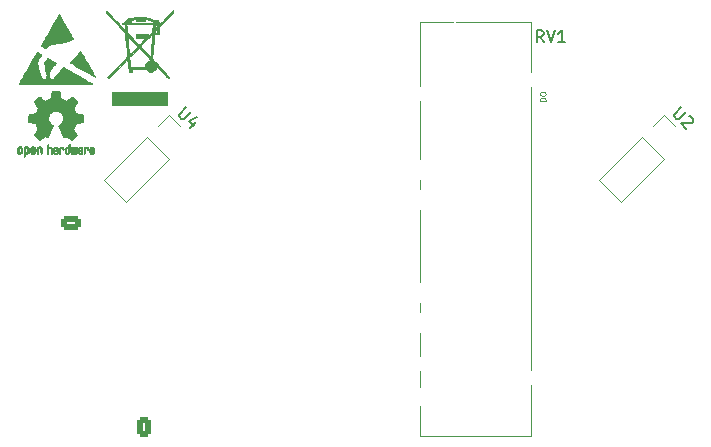
<source format=gbr>
%TF.GenerationSoftware,KiCad,Pcbnew,7.0.5*%
%TF.CreationDate,2023-08-30T18:26:20+02:00*%
%TF.ProjectId,Angle&Ana,416e676c-6526-4416-9e61-2e6b69636164,1.0*%
%TF.SameCoordinates,Original*%
%TF.FileFunction,Legend,Top*%
%TF.FilePolarity,Positive*%
%FSLAX46Y46*%
G04 Gerber Fmt 4.6, Leading zero omitted, Abs format (unit mm)*
G04 Created by KiCad (PCBNEW 7.0.5) date 2023-08-30 18:26:20*
%MOMM*%
%LPD*%
G01*
G04 APERTURE LIST*
G04 Aperture macros list*
%AMRoundRect*
0 Rectangle with rounded corners*
0 $1 Rounding radius*
0 $2 $3 $4 $5 $6 $7 $8 $9 X,Y pos of 4 corners*
0 Add a 4 corners polygon primitive as box body*
4,1,4,$2,$3,$4,$5,$6,$7,$8,$9,$2,$3,0*
0 Add four circle primitives for the rounded corners*
1,1,$1+$1,$2,$3*
1,1,$1+$1,$4,$5*
1,1,$1+$1,$6,$7*
1,1,$1+$1,$8,$9*
0 Add four rect primitives between the rounded corners*
20,1,$1+$1,$2,$3,$4,$5,0*
20,1,$1+$1,$4,$5,$6,$7,0*
20,1,$1+$1,$6,$7,$8,$9,0*
20,1,$1+$1,$8,$9,$2,$3,0*%
%AMHorizOval*
0 Thick line with rounded ends*
0 $1 width*
0 $2 $3 position (X,Y) of the first rounded end (center of the circle)*
0 $4 $5 position (X,Y) of the second rounded end (center of the circle)*
0 Add line between two ends*
20,1,$1,$2,$3,$4,$5,0*
0 Add two circle primitives to create the rounded ends*
1,1,$1,$2,$3*
1,1,$1,$4,$5*%
%AMRotRect*
0 Rectangle, with rotation*
0 The origin of the aperture is its center*
0 $1 length*
0 $2 width*
0 $3 Rotation angle, in degrees counterclockwise*
0 Add horizontal line*
21,1,$1,$2,0,0,$3*%
G04 Aperture macros list end*
%ADD10C,0.150000*%
%ADD11C,0.075000*%
%ADD12C,0.010000*%
%ADD13C,0.120000*%
%ADD14HorizOval,1.700000X0.000000X0.000000X0.000000X0.000000X0*%
%ADD15RotRect,1.700000X1.700000X315.000000*%
%ADD16C,1.524000*%
%ADD17O,1.700000X1.700000*%
%ADD18R,1.700000X1.700000*%
%ADD19C,1.600000*%
%ADD20O,1.600000X1.600000*%
%ADD21R,1.600000X1.600000*%
%ADD22O,1.200000X1.750000*%
%ADD23RoundRect,0.250000X-0.350000X-0.625000X0.350000X-0.625000X0.350000X0.625000X-0.350000X0.625000X0*%
%ADD24O,1.750000X1.200000*%
%ADD25RoundRect,0.250000X-0.625000X0.350000X-0.625000X-0.350000X0.625000X-0.350000X0.625000X0.350000X0*%
%ADD26C,1.800000*%
%ADD27R,1.800000X1.800000*%
%ADD28C,2.000000*%
%ADD29C,1.727200*%
%ADD30R,1.727200X1.727200*%
%ADD31O,1.400000X1.400000*%
%ADD32C,1.400000*%
G04 APERTURE END LIST*
D10*
%TO.C,U2*%
X57425368Y27067855D02*
X56852948Y26495435D01*
X56852948Y26495435D02*
X56819276Y26394420D01*
X56819276Y26394420D02*
X56819276Y26327076D01*
X56819276Y26327076D02*
X56852948Y26226061D01*
X56852948Y26226061D02*
X56987635Y26091374D01*
X56987635Y26091374D02*
X57088650Y26057702D01*
X57088650Y26057702D02*
X57155994Y26057702D01*
X57155994Y26057702D02*
X57257009Y26091374D01*
X57257009Y26091374D02*
X57829429Y26663794D01*
X58065131Y26293404D02*
X58132474Y26293404D01*
X58132474Y26293404D02*
X58233490Y26259733D01*
X58233490Y26259733D02*
X58401848Y26091374D01*
X58401848Y26091374D02*
X58435520Y25990359D01*
X58435520Y25990359D02*
X58435520Y25923015D01*
X58435520Y25923015D02*
X58401848Y25822000D01*
X58401848Y25822000D02*
X58334505Y25754656D01*
X58334505Y25754656D02*
X58199818Y25687313D01*
X58199818Y25687313D02*
X57391696Y25687313D01*
X57391696Y25687313D02*
X57829429Y25249580D01*
%TO.C,U4*%
X15516868Y27067855D02*
X14944448Y26495435D01*
X14944448Y26495435D02*
X14910776Y26394420D01*
X14910776Y26394420D02*
X14910776Y26327076D01*
X14910776Y26327076D02*
X14944448Y26226061D01*
X14944448Y26226061D02*
X15079135Y26091374D01*
X15079135Y26091374D02*
X15180150Y26057702D01*
X15180150Y26057702D02*
X15247494Y26057702D01*
X15247494Y26057702D02*
X15348509Y26091374D01*
X15348509Y26091374D02*
X15920929Y26663794D01*
X16324990Y25788328D02*
X15853585Y25316924D01*
X16426005Y26226061D02*
X15752570Y25889343D01*
X15752570Y25889343D02*
X16190303Y25451611D01*
%TO.C,RV1*%
X45759761Y32565181D02*
X45426428Y33041372D01*
X45188333Y32565181D02*
X45188333Y33565181D01*
X45188333Y33565181D02*
X45569285Y33565181D01*
X45569285Y33565181D02*
X45664523Y33517562D01*
X45664523Y33517562D02*
X45712142Y33469943D01*
X45712142Y33469943D02*
X45759761Y33374705D01*
X45759761Y33374705D02*
X45759761Y33231848D01*
X45759761Y33231848D02*
X45712142Y33136610D01*
X45712142Y33136610D02*
X45664523Y33088991D01*
X45664523Y33088991D02*
X45569285Y33041372D01*
X45569285Y33041372D02*
X45188333Y33041372D01*
X46045476Y33565181D02*
X46378809Y32565181D01*
X46378809Y32565181D02*
X46712142Y33565181D01*
X47569285Y32565181D02*
X46997857Y32565181D01*
X47283571Y32565181D02*
X47283571Y33565181D01*
X47283571Y33565181D02*
X47188333Y33422324D01*
X47188333Y33422324D02*
X47093095Y33327086D01*
X47093095Y33327086D02*
X46997857Y33279467D01*
D11*
%TO.C,U3*%
X45947409Y27570953D02*
X45447409Y27570953D01*
X45447409Y27570953D02*
X45447409Y27690001D01*
X45447409Y27690001D02*
X45471219Y27761429D01*
X45471219Y27761429D02*
X45518838Y27809048D01*
X45518838Y27809048D02*
X45566457Y27832858D01*
X45566457Y27832858D02*
X45661695Y27856667D01*
X45661695Y27856667D02*
X45733123Y27856667D01*
X45733123Y27856667D02*
X45828361Y27832858D01*
X45828361Y27832858D02*
X45875980Y27809048D01*
X45875980Y27809048D02*
X45923600Y27761429D01*
X45923600Y27761429D02*
X45947409Y27690001D01*
X45947409Y27690001D02*
X45947409Y27570953D01*
X45447409Y28166191D02*
X45447409Y28213810D01*
X45447409Y28213810D02*
X45471219Y28261429D01*
X45471219Y28261429D02*
X45495028Y28285239D01*
X45495028Y28285239D02*
X45542647Y28309048D01*
X45542647Y28309048D02*
X45637885Y28332858D01*
X45637885Y28332858D02*
X45756933Y28332858D01*
X45756933Y28332858D02*
X45852171Y28309048D01*
X45852171Y28309048D02*
X45899790Y28285239D01*
X45899790Y28285239D02*
X45923600Y28261429D01*
X45923600Y28261429D02*
X45947409Y28213810D01*
X45947409Y28213810D02*
X45947409Y28166191D01*
X45947409Y28166191D02*
X45923600Y28118572D01*
X45923600Y28118572D02*
X45899790Y28094763D01*
X45899790Y28094763D02*
X45852171Y28070953D01*
X45852171Y28070953D02*
X45756933Y28047144D01*
X45756933Y28047144D02*
X45637885Y28047144D01*
X45637885Y28047144D02*
X45542647Y28070953D01*
X45542647Y28070953D02*
X45495028Y28094763D01*
X45495028Y28094763D02*
X45471219Y28118572D01*
X45471219Y28118572D02*
X45447409Y28166191D01*
%TO.C,REF\u002A\u002A*%
D12*
X6559528Y31769381D02*
X6570908Y31750307D01*
X6596488Y31706579D01*
X6635002Y31640381D01*
X6685186Y31553898D01*
X6745775Y31449315D01*
X6815503Y31328817D01*
X6893107Y31194588D01*
X6977320Y31048813D01*
X7066879Y30893677D01*
X7158998Y30734000D01*
X7253076Y30570883D01*
X7343402Y30414291D01*
X7428665Y30266494D01*
X7507557Y30129760D01*
X7578769Y30006358D01*
X7640991Y29898556D01*
X7692913Y29808623D01*
X7733228Y29738827D01*
X7760624Y29691436D01*
X7773507Y29669214D01*
X7794507Y29631670D01*
X7805925Y29608169D01*
X7806551Y29604080D01*
X7792636Y29611758D01*
X7753941Y29633797D01*
X7692487Y29669029D01*
X7610298Y29716289D01*
X7509396Y29774411D01*
X7391805Y29842229D01*
X7259546Y29918576D01*
X7114642Y30002286D01*
X6959117Y30092194D01*
X6794992Y30187133D01*
X6732549Y30223268D01*
X6565487Y30319917D01*
X6406074Y30412062D01*
X6256355Y30498525D01*
X6118376Y30578129D01*
X5994185Y30649695D01*
X5885827Y30712045D01*
X5795348Y30764002D01*
X5724796Y30804387D01*
X5676215Y30832022D01*
X5651654Y30845728D01*
X5649085Y30847026D01*
X5656569Y30858780D01*
X5682614Y30890205D01*
X5724559Y30938406D01*
X5779746Y31000490D01*
X5845517Y31073561D01*
X5919212Y31154724D01*
X5998173Y31241084D01*
X6079740Y31329747D01*
X6161254Y31417818D01*
X6240057Y31502401D01*
X6313490Y31580603D01*
X6378893Y31649528D01*
X6433608Y31706281D01*
X6474977Y31747968D01*
X6489164Y31761637D01*
X6536180Y31805799D01*
X6559528Y31769381D01*
G36*
X6559528Y31769381D02*
G01*
X6570908Y31750307D01*
X6596488Y31706579D01*
X6635002Y31640381D01*
X6685186Y31553898D01*
X6745775Y31449315D01*
X6815503Y31328817D01*
X6893107Y31194588D01*
X6977320Y31048813D01*
X7066879Y30893677D01*
X7158998Y30734000D01*
X7253076Y30570883D01*
X7343402Y30414291D01*
X7428665Y30266494D01*
X7507557Y30129760D01*
X7578769Y30006358D01*
X7640991Y29898556D01*
X7692913Y29808623D01*
X7733228Y29738827D01*
X7760624Y29691436D01*
X7773507Y29669214D01*
X7794507Y29631670D01*
X7805925Y29608169D01*
X7806551Y29604080D01*
X7792636Y29611758D01*
X7753941Y29633797D01*
X7692487Y29669029D01*
X7610298Y29716289D01*
X7509396Y29774411D01*
X7391805Y29842229D01*
X7259546Y29918576D01*
X7114642Y30002286D01*
X6959117Y30092194D01*
X6794992Y30187133D01*
X6732549Y30223268D01*
X6565487Y30319917D01*
X6406074Y30412062D01*
X6256355Y30498525D01*
X6118376Y30578129D01*
X5994185Y30649695D01*
X5885827Y30712045D01*
X5795348Y30764002D01*
X5724796Y30804387D01*
X5676215Y30832022D01*
X5651654Y30845728D01*
X5649085Y30847026D01*
X5656569Y30858780D01*
X5682614Y30890205D01*
X5724559Y30938406D01*
X5779746Y31000490D01*
X5845517Y31073561D01*
X5919212Y31154724D01*
X5998173Y31241084D01*
X6079740Y31329747D01*
X6161254Y31417818D01*
X6240057Y31502401D01*
X6313490Y31580603D01*
X6378893Y31649528D01*
X6433608Y31706281D01*
X6474977Y31747968D01*
X6489164Y31761637D01*
X6536180Y31805799D01*
X6559528Y31769381D01*
G37*
X4736043Y34918165D02*
X4759065Y34880755D01*
X4794534Y34821486D01*
X4840996Y34742882D01*
X4896996Y34647462D01*
X4961081Y34537750D01*
X5031796Y34416266D01*
X5107687Y34285532D01*
X5187299Y34148070D01*
X5269178Y34006402D01*
X5351870Y33863049D01*
X5433921Y33720533D01*
X5513876Y33581376D01*
X5590281Y33448099D01*
X5661682Y33323224D01*
X5726624Y33209273D01*
X5783653Y33108767D01*
X5831315Y33024228D01*
X5868155Y32958178D01*
X5892720Y32913138D01*
X5903554Y32891630D01*
X5903951Y32890286D01*
X5890501Y32872035D01*
X5853114Y32844118D01*
X5796235Y32809275D01*
X5724312Y32770246D01*
X5649015Y32733157D01*
X5546560Y32688183D01*
X5438817Y32647774D01*
X5322073Y32611031D01*
X5192618Y32577058D01*
X5046740Y32544956D01*
X4880726Y32513827D01*
X4690866Y32482773D01*
X4494469Y32453855D01*
X4323834Y32428200D01*
X4180545Y32402802D01*
X4061008Y32376398D01*
X3961630Y32347727D01*
X3878818Y32315527D01*
X3808978Y32278535D01*
X3748518Y32235488D01*
X3693845Y32185125D01*
X3676214Y32166417D01*
X3638000Y32122861D01*
X3609732Y32087318D01*
X3596618Y32066417D01*
X3596268Y32064703D01*
X3591680Y32054194D01*
X3575758Y32054076D01*
X3545266Y32065746D01*
X3496968Y32090604D01*
X3427627Y32130048D01*
X3379439Y32158413D01*
X3307583Y32202753D01*
X3251742Y32240721D01*
X3215667Y32269584D01*
X3203113Y32286612D01*
X3203121Y32286736D01*
X3210906Y32302963D01*
X3232892Y32343600D01*
X3267803Y32406433D01*
X3314363Y32489248D01*
X3371295Y32589828D01*
X3437323Y32705960D01*
X3511172Y32835429D01*
X3591564Y32976020D01*
X3677224Y33125518D01*
X3766876Y33281708D01*
X3859243Y33442376D01*
X3953049Y33605307D01*
X4047018Y33768287D01*
X4139874Y33929100D01*
X4230340Y34085532D01*
X4317141Y34235367D01*
X4399000Y34376392D01*
X4474641Y34506391D01*
X4542787Y34623151D01*
X4602163Y34724455D01*
X4651493Y34808089D01*
X4689500Y34871838D01*
X4714907Y34913489D01*
X4726440Y34930825D01*
X4726923Y34931195D01*
X4736043Y34918165D01*
G36*
X4736043Y34918165D02*
G01*
X4759065Y34880755D01*
X4794534Y34821486D01*
X4840996Y34742882D01*
X4896996Y34647462D01*
X4961081Y34537750D01*
X5031796Y34416266D01*
X5107687Y34285532D01*
X5187299Y34148070D01*
X5269178Y34006402D01*
X5351870Y33863049D01*
X5433921Y33720533D01*
X5513876Y33581376D01*
X5590281Y33448099D01*
X5661682Y33323224D01*
X5726624Y33209273D01*
X5783653Y33108767D01*
X5831315Y33024228D01*
X5868155Y32958178D01*
X5892720Y32913138D01*
X5903554Y32891630D01*
X5903951Y32890286D01*
X5890501Y32872035D01*
X5853114Y32844118D01*
X5796235Y32809275D01*
X5724312Y32770246D01*
X5649015Y32733157D01*
X5546560Y32688183D01*
X5438817Y32647774D01*
X5322073Y32611031D01*
X5192618Y32577058D01*
X5046740Y32544956D01*
X4880726Y32513827D01*
X4690866Y32482773D01*
X4494469Y32453855D01*
X4323834Y32428200D01*
X4180545Y32402802D01*
X4061008Y32376398D01*
X3961630Y32347727D01*
X3878818Y32315527D01*
X3808978Y32278535D01*
X3748518Y32235488D01*
X3693845Y32185125D01*
X3676214Y32166417D01*
X3638000Y32122861D01*
X3609732Y32087318D01*
X3596618Y32066417D01*
X3596268Y32064703D01*
X3591680Y32054194D01*
X3575758Y32054076D01*
X3545266Y32065746D01*
X3496968Y32090604D01*
X3427627Y32130048D01*
X3379439Y32158413D01*
X3307583Y32202753D01*
X3251742Y32240721D01*
X3215667Y32269584D01*
X3203113Y32286612D01*
X3203121Y32286736D01*
X3210906Y32302963D01*
X3232892Y32343600D01*
X3267803Y32406433D01*
X3314363Y32489248D01*
X3371295Y32589828D01*
X3437323Y32705960D01*
X3511172Y32835429D01*
X3591564Y32976020D01*
X3677224Y33125518D01*
X3766876Y33281708D01*
X3859243Y33442376D01*
X3953049Y33605307D01*
X4047018Y33768287D01*
X4139874Y33929100D01*
X4230340Y34085532D01*
X4317141Y34235367D01*
X4399000Y34376392D01*
X4474641Y34506391D01*
X4542787Y34623151D01*
X4602163Y34724455D01*
X4651493Y34808089D01*
X4689500Y34871838D01*
X4714907Y34913489D01*
X4726440Y34930825D01*
X4726923Y34931195D01*
X4736043Y34918165D01*
G37*
X2894094Y31712842D02*
X2926619Y31700264D01*
X2976193Y31675288D01*
X3047374Y31636124D01*
X3052916Y31633012D01*
X3118474Y31595524D01*
X3173798Y31562681D01*
X3213455Y31537795D01*
X3232012Y31524180D01*
X3232531Y31523513D01*
X3228048Y31504610D01*
X3207486Y31462395D01*
X3172183Y31399168D01*
X3123480Y31317228D01*
X3062718Y31218878D01*
X2991236Y31106415D01*
X2973445Y31078835D01*
X2927093Y31002301D01*
X2893342Y30936444D01*
X2875153Y30887218D01*
X2873286Y30877493D01*
X2874115Y30834688D01*
X2883394Y30766791D01*
X2899968Y30678157D01*
X2922680Y30573141D01*
X2950373Y30456098D01*
X2981890Y30331384D01*
X3016075Y30203355D01*
X3051771Y30076366D01*
X3087821Y29954772D01*
X3123068Y29842928D01*
X3156356Y29745190D01*
X3186528Y29665913D01*
X3207561Y29618878D01*
X3232337Y29568775D01*
X3255730Y29520832D01*
X3256997Y29518207D01*
X3295699Y29469780D01*
X3352184Y29437172D01*
X3417939Y29421546D01*
X3484451Y29424063D01*
X3543205Y29445886D01*
X3576258Y29474618D01*
X3623859Y29553417D01*
X3658739Y29651622D01*
X3677877Y29759221D01*
X3680588Y29820220D01*
X3669670Y29934065D01*
X3637624Y30028340D01*
X3582726Y30107621D01*
X3565607Y30125267D01*
X3514661Y30174765D01*
X3511163Y30524638D01*
X3507664Y30874511D01*
X3596818Y31009469D01*
X3638654Y31070555D01*
X3678945Y31125507D01*
X3711943Y31166664D01*
X3726126Y31181808D01*
X3766281Y31219190D01*
X3820665Y31189902D01*
X3855039Y31168916D01*
X3873846Y31152622D01*
X3875049Y31149693D01*
X3887903Y31137272D01*
X3909896Y31128023D01*
X3931150Y31119687D01*
X3963694Y31103851D01*
X4010322Y31078967D01*
X4073829Y31043491D01*
X4157008Y30995877D01*
X4262653Y30934578D01*
X4320062Y30901068D01*
X4387594Y30860929D01*
X4431885Y30832341D01*
X4456855Y30811961D01*
X4466423Y30796447D01*
X4464508Y30782454D01*
X4462911Y30779204D01*
X4447376Y30758734D01*
X4414136Y30720335D01*
X4367062Y30668304D01*
X4310028Y30606934D01*
X4260700Y30554910D01*
X4147030Y30431433D01*
X4058105Y30324409D01*
X3993134Y30232760D01*
X3951321Y30155412D01*
X3937217Y30116134D01*
X3931392Y30081751D01*
X3925375Y30023101D01*
X3919696Y29946883D01*
X3914884Y29859798D01*
X3912619Y29804732D01*
X3909459Y29709536D01*
X3908069Y29639938D01*
X3908858Y29590591D01*
X3912235Y29556146D01*
X3918608Y29531257D01*
X3928387Y29510575D01*
X3936067Y29497947D01*
X3980421Y29449274D01*
X4037574Y29415355D01*
X4097708Y29400562D01*
X4142773Y29405914D01*
X4183576Y29429070D01*
X4234724Y29470538D01*
X4289042Y29523088D01*
X4339357Y29579484D01*
X4378494Y29632495D01*
X4392905Y29658111D01*
X4414491Y29693186D01*
X4453753Y29746611D01*
X4507102Y29814211D01*
X4570952Y29891810D01*
X4641715Y29975232D01*
X4715804Y30060302D01*
X4789632Y30142845D01*
X4859611Y30218684D01*
X4922155Y30283644D01*
X4971260Y30331331D01*
X5025779Y30378968D01*
X5071642Y30414092D01*
X5103811Y30433051D01*
X5114489Y30435136D01*
X5130853Y30426726D01*
X5171671Y30404154D01*
X5234586Y30368776D01*
X5317244Y30321946D01*
X5417289Y30265019D01*
X5532366Y30199351D01*
X5660119Y30126297D01*
X5798194Y30047212D01*
X5944234Y29963452D01*
X6095884Y29876371D01*
X6250790Y29787324D01*
X6406595Y29697668D01*
X6560944Y29608757D01*
X6711482Y29521946D01*
X6855854Y29438591D01*
X6991704Y29360046D01*
X7116677Y29287667D01*
X7228417Y29222810D01*
X7324570Y29166829D01*
X7402779Y29121080D01*
X7460689Y29086917D01*
X7495946Y29065696D01*
X7506165Y29059037D01*
X7492402Y29057720D01*
X7449104Y29056441D01*
X7377714Y29055204D01*
X7279673Y29054017D01*
X7156422Y29052885D01*
X7009403Y29051814D01*
X6840057Y29050811D01*
X6649826Y29049881D01*
X6440151Y29049032D01*
X6212473Y29048268D01*
X5968235Y29047597D01*
X5708877Y29047024D01*
X5435841Y29046556D01*
X5150568Y29046198D01*
X4854500Y29045958D01*
X4549079Y29045841D01*
X4420924Y29045829D01*
X1320970Y29045829D01*
X1542053Y29429153D01*
X1588856Y29510320D01*
X1649102Y29614834D01*
X1720778Y29739199D01*
X1801869Y29879918D01*
X1890362Y30033497D01*
X1984240Y30196438D01*
X2081491Y30365246D01*
X2180100Y30536425D01*
X2278053Y30706479D01*
X2302825Y30749488D01*
X2393152Y30906143D01*
X2479289Y31055197D01*
X2559942Y31194432D01*
X2633816Y31321629D01*
X2699617Y31434568D01*
X2756050Y31531032D01*
X2801821Y31608800D01*
X2835635Y31665654D01*
X2856198Y31699375D01*
X2861953Y31707960D01*
X2874058Y31714811D01*
X2894094Y31712842D01*
G36*
X2894094Y31712842D02*
G01*
X2926619Y31700264D01*
X2976193Y31675288D01*
X3047374Y31636124D01*
X3052916Y31633012D01*
X3118474Y31595524D01*
X3173798Y31562681D01*
X3213455Y31537795D01*
X3232012Y31524180D01*
X3232531Y31523513D01*
X3228048Y31504610D01*
X3207486Y31462395D01*
X3172183Y31399168D01*
X3123480Y31317228D01*
X3062718Y31218878D01*
X2991236Y31106415D01*
X2973445Y31078835D01*
X2927093Y31002301D01*
X2893342Y30936444D01*
X2875153Y30887218D01*
X2873286Y30877493D01*
X2874115Y30834688D01*
X2883394Y30766791D01*
X2899968Y30678157D01*
X2922680Y30573141D01*
X2950373Y30456098D01*
X2981890Y30331384D01*
X3016075Y30203355D01*
X3051771Y30076366D01*
X3087821Y29954772D01*
X3123068Y29842928D01*
X3156356Y29745190D01*
X3186528Y29665913D01*
X3207561Y29618878D01*
X3232337Y29568775D01*
X3255730Y29520832D01*
X3256997Y29518207D01*
X3295699Y29469780D01*
X3352184Y29437172D01*
X3417939Y29421546D01*
X3484451Y29424063D01*
X3543205Y29445886D01*
X3576258Y29474618D01*
X3623859Y29553417D01*
X3658739Y29651622D01*
X3677877Y29759221D01*
X3680588Y29820220D01*
X3669670Y29934065D01*
X3637624Y30028340D01*
X3582726Y30107621D01*
X3565607Y30125267D01*
X3514661Y30174765D01*
X3511163Y30524638D01*
X3507664Y30874511D01*
X3596818Y31009469D01*
X3638654Y31070555D01*
X3678945Y31125507D01*
X3711943Y31166664D01*
X3726126Y31181808D01*
X3766281Y31219190D01*
X3820665Y31189902D01*
X3855039Y31168916D01*
X3873846Y31152622D01*
X3875049Y31149693D01*
X3887903Y31137272D01*
X3909896Y31128023D01*
X3931150Y31119687D01*
X3963694Y31103851D01*
X4010322Y31078967D01*
X4073829Y31043491D01*
X4157008Y30995877D01*
X4262653Y30934578D01*
X4320062Y30901068D01*
X4387594Y30860929D01*
X4431885Y30832341D01*
X4456855Y30811961D01*
X4466423Y30796447D01*
X4464508Y30782454D01*
X4462911Y30779204D01*
X4447376Y30758734D01*
X4414136Y30720335D01*
X4367062Y30668304D01*
X4310028Y30606934D01*
X4260700Y30554910D01*
X4147030Y30431433D01*
X4058105Y30324409D01*
X3993134Y30232760D01*
X3951321Y30155412D01*
X3937217Y30116134D01*
X3931392Y30081751D01*
X3925375Y30023101D01*
X3919696Y29946883D01*
X3914884Y29859798D01*
X3912619Y29804732D01*
X3909459Y29709536D01*
X3908069Y29639938D01*
X3908858Y29590591D01*
X3912235Y29556146D01*
X3918608Y29531257D01*
X3928387Y29510575D01*
X3936067Y29497947D01*
X3980421Y29449274D01*
X4037574Y29415355D01*
X4097708Y29400562D01*
X4142773Y29405914D01*
X4183576Y29429070D01*
X4234724Y29470538D01*
X4289042Y29523088D01*
X4339357Y29579484D01*
X4378494Y29632495D01*
X4392905Y29658111D01*
X4414491Y29693186D01*
X4453753Y29746611D01*
X4507102Y29814211D01*
X4570952Y29891810D01*
X4641715Y29975232D01*
X4715804Y30060302D01*
X4789632Y30142845D01*
X4859611Y30218684D01*
X4922155Y30283644D01*
X4971260Y30331331D01*
X5025779Y30378968D01*
X5071642Y30414092D01*
X5103811Y30433051D01*
X5114489Y30435136D01*
X5130853Y30426726D01*
X5171671Y30404154D01*
X5234586Y30368776D01*
X5317244Y30321946D01*
X5417289Y30265019D01*
X5532366Y30199351D01*
X5660119Y30126297D01*
X5798194Y30047212D01*
X5944234Y29963452D01*
X6095884Y29876371D01*
X6250790Y29787324D01*
X6406595Y29697668D01*
X6560944Y29608757D01*
X6711482Y29521946D01*
X6855854Y29438591D01*
X6991704Y29360046D01*
X7116677Y29287667D01*
X7228417Y29222810D01*
X7324570Y29166829D01*
X7402779Y29121080D01*
X7460689Y29086917D01*
X7495946Y29065696D01*
X7506165Y29059037D01*
X7492402Y29057720D01*
X7449104Y29056441D01*
X7377714Y29055204D01*
X7279673Y29054017D01*
X7156422Y29052885D01*
X7009403Y29051814D01*
X6840057Y29050811D01*
X6649826Y29049881D01*
X6440151Y29049032D01*
X6212473Y29048268D01*
X5968235Y29047597D01*
X5708877Y29047024D01*
X5435841Y29046556D01*
X5150568Y29046198D01*
X4854500Y29045958D01*
X4549079Y29045841D01*
X4420924Y29045829D01*
X1320970Y29045829D01*
X1542053Y29429153D01*
X1588856Y29510320D01*
X1649102Y29614834D01*
X1720778Y29739199D01*
X1801869Y29879918D01*
X1890362Y30033497D01*
X1984240Y30196438D01*
X2081491Y30365246D01*
X2180100Y30536425D01*
X2278053Y30706479D01*
X2302825Y30749488D01*
X2393152Y30906143D01*
X2479289Y31055197D01*
X2559942Y31194432D01*
X2633816Y31321629D01*
X2699617Y31434568D01*
X2756050Y31531032D01*
X2801821Y31608800D01*
X2835635Y31665654D01*
X2856198Y31699375D01*
X2861953Y31707960D01*
X2874058Y31714811D01*
X2894094Y31712842D01*
G37*
X4548910Y28411652D02*
X4627454Y28411222D01*
X4684298Y28410058D01*
X4723105Y28407793D01*
X4747538Y28404060D01*
X4761262Y28398494D01*
X4767940Y28390727D01*
X4771236Y28380395D01*
X4771556Y28379057D01*
X4776562Y28354921D01*
X4785829Y28307299D01*
X4798392Y28241259D01*
X4813287Y28161872D01*
X4829551Y28074204D01*
X4830119Y28071125D01*
X4846410Y27985211D01*
X4861652Y27909304D01*
X4874861Y27847955D01*
X4885054Y27805718D01*
X4891248Y27787145D01*
X4891543Y27786816D01*
X4909788Y27777747D01*
X4947405Y27762633D01*
X4996271Y27744738D01*
X4996543Y27744642D01*
X5058093Y27721507D01*
X5130657Y27692035D01*
X5199057Y27662403D01*
X5202294Y27660938D01*
X5313702Y27610374D01*
X5560399Y27778840D01*
X5636077Y27830197D01*
X5704631Y27876111D01*
X5762088Y27913970D01*
X5804476Y27941163D01*
X5827825Y27955079D01*
X5830042Y27956111D01*
X5847010Y27951516D01*
X5878701Y27929345D01*
X5926352Y27888553D01*
X5991198Y27828095D01*
X6057397Y27763773D01*
X6121214Y27700388D01*
X6178329Y27642549D01*
X6225305Y27593825D01*
X6258703Y27557790D01*
X6275085Y27538016D01*
X6275694Y27536998D01*
X6277505Y27523428D01*
X6270683Y27501267D01*
X6253540Y27467522D01*
X6224393Y27419200D01*
X6181555Y27353308D01*
X6124448Y27268483D01*
X6073766Y27193823D01*
X6028461Y27126860D01*
X5991150Y27071484D01*
X5964452Y27031580D01*
X5950985Y27011038D01*
X5950137Y27009644D01*
X5951781Y26989962D01*
X5964245Y26951707D01*
X5985048Y26902111D01*
X5992462Y26886272D01*
X6024814Y26815710D01*
X6059328Y26735647D01*
X6087365Y26666371D01*
X6107568Y26614955D01*
X6123615Y26575881D01*
X6132888Y26555459D01*
X6134041Y26553886D01*
X6151096Y26551279D01*
X6191298Y26544137D01*
X6249302Y26533477D01*
X6319763Y26520315D01*
X6397335Y26505667D01*
X6476672Y26490551D01*
X6552431Y26475982D01*
X6619264Y26462978D01*
X6671828Y26452555D01*
X6704776Y26445730D01*
X6712857Y26443801D01*
X6721205Y26439038D01*
X6727506Y26428282D01*
X6732045Y26407902D01*
X6735104Y26374266D01*
X6736967Y26323745D01*
X6737918Y26252708D01*
X6738240Y26157524D01*
X6738257Y26118508D01*
X6738257Y25801201D01*
X6662057Y25786161D01*
X6619663Y25778005D01*
X6556400Y25766101D01*
X6479962Y25751884D01*
X6398043Y25736790D01*
X6375400Y25732645D01*
X6299806Y25717947D01*
X6233953Y25703495D01*
X6183366Y25690625D01*
X6153574Y25680678D01*
X6148612Y25677713D01*
X6136426Y25656717D01*
X6118953Y25616033D01*
X6099577Y25563678D01*
X6095734Y25552400D01*
X6070339Y25482477D01*
X6038817Y25403582D01*
X6007969Y25332734D01*
X6007817Y25332405D01*
X5956447Y25221267D01*
X6125399Y24972747D01*
X6294352Y24724228D01*
X6077429Y24506942D01*
X6011819Y24442274D01*
X5951979Y24385267D01*
X5901267Y24338967D01*
X5863046Y24306416D01*
X5840675Y24290657D01*
X5837466Y24289657D01*
X5818626Y24297531D01*
X5780180Y24319422D01*
X5726330Y24352733D01*
X5661276Y24394869D01*
X5590940Y24442057D01*
X5519555Y24490190D01*
X5455908Y24532072D01*
X5404041Y24565129D01*
X5367995Y24586782D01*
X5351867Y24594457D01*
X5332189Y24587963D01*
X5294875Y24570850D01*
X5247621Y24546674D01*
X5242612Y24543987D01*
X5178977Y24512073D01*
X5135341Y24496421D01*
X5108202Y24496255D01*
X5094057Y24510796D01*
X5093975Y24511000D01*
X5086905Y24528221D01*
X5070042Y24569101D01*
X5044695Y24630475D01*
X5012171Y24709181D01*
X4973778Y24802053D01*
X4930822Y24905928D01*
X4889222Y25006498D01*
X4843504Y25117484D01*
X4801526Y25220297D01*
X4764548Y25311785D01*
X4733827Y25388799D01*
X4710622Y25448185D01*
X4696190Y25486791D01*
X4691743Y25501200D01*
X4702896Y25517728D01*
X4732069Y25544070D01*
X4770971Y25573113D01*
X4881757Y25664961D01*
X4968351Y25770241D01*
X5029716Y25886734D01*
X5064815Y26012224D01*
X5072608Y26144493D01*
X5066943Y26205543D01*
X5036078Y26332205D01*
X4982920Y26444059D01*
X4910767Y26539999D01*
X4822917Y26618924D01*
X4722665Y26679730D01*
X4613310Y26721313D01*
X4498147Y26742572D01*
X4380475Y26742401D01*
X4263590Y26719699D01*
X4150789Y26673362D01*
X4045369Y26602287D01*
X4001368Y26562089D01*
X3916979Y26458871D01*
X3858222Y26346075D01*
X3824704Y26226990D01*
X3816035Y26104905D01*
X3831823Y25983107D01*
X3871678Y25864884D01*
X3935207Y25753525D01*
X4022021Y25652316D01*
X4119029Y25573113D01*
X4159437Y25542838D01*
X4187982Y25516781D01*
X4198257Y25501175D01*
X4192877Y25484157D01*
X4177575Y25443500D01*
X4153612Y25382358D01*
X4122244Y25303881D01*
X4084732Y25211220D01*
X4042333Y25107528D01*
X4000663Y25006474D01*
X3954690Y24895393D01*
X3912107Y24792459D01*
X3874221Y24700835D01*
X3842340Y24623684D01*
X3817771Y24564169D01*
X3801820Y24525456D01*
X3795910Y24511000D01*
X3781948Y24496315D01*
X3754940Y24496358D01*
X3711413Y24511901D01*
X3647890Y24543716D01*
X3647388Y24543987D01*
X3599560Y24568677D01*
X3560897Y24586662D01*
X3539095Y24594386D01*
X3538133Y24594457D01*
X3521721Y24586622D01*
X3485487Y24564835D01*
X3433474Y24531672D01*
X3369725Y24489709D01*
X3299060Y24442057D01*
X3227116Y24393809D01*
X3162274Y24351849D01*
X3108735Y24318773D01*
X3070697Y24297179D01*
X3052533Y24289657D01*
X3035808Y24299543D01*
X3002180Y24327174D01*
X2955010Y24369505D01*
X2897658Y24423495D01*
X2833484Y24486101D01*
X2812497Y24507017D01*
X2595499Y24724377D01*
X2760668Y24966780D01*
X2810864Y25041219D01*
X2854919Y25108028D01*
X2890362Y25163335D01*
X2914719Y25203271D01*
X2925522Y25223964D01*
X2925838Y25225437D01*
X2920143Y25244942D01*
X2904826Y25284178D01*
X2882537Y25336570D01*
X2866893Y25371645D01*
X2837641Y25438799D01*
X2810094Y25506642D01*
X2788737Y25563966D01*
X2782935Y25581428D01*
X2766452Y25628062D01*
X2750340Y25664095D01*
X2741490Y25677713D01*
X2721960Y25686048D01*
X2679334Y25697863D01*
X2619145Y25711819D01*
X2546922Y25726578D01*
X2514600Y25732645D01*
X2432522Y25747727D01*
X2353795Y25762331D01*
X2286109Y25775020D01*
X2237160Y25784358D01*
X2227943Y25786161D01*
X2151743Y25801201D01*
X2151743Y26118508D01*
X2151914Y26222846D01*
X2152616Y26301787D01*
X2154134Y26358962D01*
X2156749Y26398001D01*
X2160746Y26422535D01*
X2166409Y26436195D01*
X2174020Y26442611D01*
X2177143Y26443801D01*
X2195978Y26448020D01*
X2237588Y26456438D01*
X2296630Y26468039D01*
X2367757Y26481805D01*
X2445625Y26496720D01*
X2524887Y26511768D01*
X2600198Y26525931D01*
X2666213Y26538194D01*
X2717587Y26547539D01*
X2748975Y26552950D01*
X2755959Y26553886D01*
X2762285Y26566404D01*
X2776290Y26599754D01*
X2795355Y26647623D01*
X2802634Y26666371D01*
X2831996Y26738805D01*
X2866571Y26818830D01*
X2897537Y26886272D01*
X2920323Y26937841D01*
X2935482Y26980215D01*
X2940542Y27006166D01*
X2939736Y27009644D01*
X2929041Y27026064D01*
X2904620Y27062583D01*
X2869095Y27115313D01*
X2825087Y27180365D01*
X2775217Y27253849D01*
X2765356Y27268355D01*
X2707492Y27354296D01*
X2664956Y27419739D01*
X2636054Y27467696D01*
X2619090Y27501180D01*
X2612367Y27523205D01*
X2614190Y27536783D01*
X2614236Y27536869D01*
X2628586Y27554703D01*
X2660323Y27589183D01*
X2706010Y27636732D01*
X2762204Y27693778D01*
X2825468Y27756745D01*
X2832602Y27763773D01*
X2912330Y27840980D01*
X2973857Y27897670D01*
X3018421Y27934890D01*
X3047257Y27953685D01*
X3059958Y27956111D01*
X3078494Y27945529D01*
X3116961Y27921084D01*
X3171386Y27885388D01*
X3237798Y27841053D01*
X3312225Y27790689D01*
X3329601Y27778840D01*
X3576297Y27610374D01*
X3687706Y27660938D01*
X3755457Y27690405D01*
X3828183Y27720041D01*
X3890703Y27743670D01*
X3893457Y27744642D01*
X3942360Y27762543D01*
X3980057Y27777680D01*
X3998425Y27786790D01*
X3998456Y27786816D01*
X4004285Y27803283D01*
X4014192Y27843781D01*
X4027195Y27903758D01*
X4042309Y27978660D01*
X4058552Y28063936D01*
X4059881Y28071125D01*
X4076175Y28158986D01*
X4091133Y28238740D01*
X4103791Y28305319D01*
X4113186Y28353653D01*
X4118354Y28378675D01*
X4118444Y28379057D01*
X4121589Y28389701D01*
X4127704Y28397738D01*
X4140453Y28403533D01*
X4163500Y28407453D01*
X4200509Y28409865D01*
X4255144Y28411135D01*
X4331067Y28411629D01*
X4431944Y28411714D01*
X4445000Y28411714D01*
X4548910Y28411652D01*
G36*
X4548910Y28411652D02*
G01*
X4627454Y28411222D01*
X4684298Y28410058D01*
X4723105Y28407793D01*
X4747538Y28404060D01*
X4761262Y28398494D01*
X4767940Y28390727D01*
X4771236Y28380395D01*
X4771556Y28379057D01*
X4776562Y28354921D01*
X4785829Y28307299D01*
X4798392Y28241259D01*
X4813287Y28161872D01*
X4829551Y28074204D01*
X4830119Y28071125D01*
X4846410Y27985211D01*
X4861652Y27909304D01*
X4874861Y27847955D01*
X4885054Y27805718D01*
X4891248Y27787145D01*
X4891543Y27786816D01*
X4909788Y27777747D01*
X4947405Y27762633D01*
X4996271Y27744738D01*
X4996543Y27744642D01*
X5058093Y27721507D01*
X5130657Y27692035D01*
X5199057Y27662403D01*
X5202294Y27660938D01*
X5313702Y27610374D01*
X5560399Y27778840D01*
X5636077Y27830197D01*
X5704631Y27876111D01*
X5762088Y27913970D01*
X5804476Y27941163D01*
X5827825Y27955079D01*
X5830042Y27956111D01*
X5847010Y27951516D01*
X5878701Y27929345D01*
X5926352Y27888553D01*
X5991198Y27828095D01*
X6057397Y27763773D01*
X6121214Y27700388D01*
X6178329Y27642549D01*
X6225305Y27593825D01*
X6258703Y27557790D01*
X6275085Y27538016D01*
X6275694Y27536998D01*
X6277505Y27523428D01*
X6270683Y27501267D01*
X6253540Y27467522D01*
X6224393Y27419200D01*
X6181555Y27353308D01*
X6124448Y27268483D01*
X6073766Y27193823D01*
X6028461Y27126860D01*
X5991150Y27071484D01*
X5964452Y27031580D01*
X5950985Y27011038D01*
X5950137Y27009644D01*
X5951781Y26989962D01*
X5964245Y26951707D01*
X5985048Y26902111D01*
X5992462Y26886272D01*
X6024814Y26815710D01*
X6059328Y26735647D01*
X6087365Y26666371D01*
X6107568Y26614955D01*
X6123615Y26575881D01*
X6132888Y26555459D01*
X6134041Y26553886D01*
X6151096Y26551279D01*
X6191298Y26544137D01*
X6249302Y26533477D01*
X6319763Y26520315D01*
X6397335Y26505667D01*
X6476672Y26490551D01*
X6552431Y26475982D01*
X6619264Y26462978D01*
X6671828Y26452555D01*
X6704776Y26445730D01*
X6712857Y26443801D01*
X6721205Y26439038D01*
X6727506Y26428282D01*
X6732045Y26407902D01*
X6735104Y26374266D01*
X6736967Y26323745D01*
X6737918Y26252708D01*
X6738240Y26157524D01*
X6738257Y26118508D01*
X6738257Y25801201D01*
X6662057Y25786161D01*
X6619663Y25778005D01*
X6556400Y25766101D01*
X6479962Y25751884D01*
X6398043Y25736790D01*
X6375400Y25732645D01*
X6299806Y25717947D01*
X6233953Y25703495D01*
X6183366Y25690625D01*
X6153574Y25680678D01*
X6148612Y25677713D01*
X6136426Y25656717D01*
X6118953Y25616033D01*
X6099577Y25563678D01*
X6095734Y25552400D01*
X6070339Y25482477D01*
X6038817Y25403582D01*
X6007969Y25332734D01*
X6007817Y25332405D01*
X5956447Y25221267D01*
X6125399Y24972747D01*
X6294352Y24724228D01*
X6077429Y24506942D01*
X6011819Y24442274D01*
X5951979Y24385267D01*
X5901267Y24338967D01*
X5863046Y24306416D01*
X5840675Y24290657D01*
X5837466Y24289657D01*
X5818626Y24297531D01*
X5780180Y24319422D01*
X5726330Y24352733D01*
X5661276Y24394869D01*
X5590940Y24442057D01*
X5519555Y24490190D01*
X5455908Y24532072D01*
X5404041Y24565129D01*
X5367995Y24586782D01*
X5351867Y24594457D01*
X5332189Y24587963D01*
X5294875Y24570850D01*
X5247621Y24546674D01*
X5242612Y24543987D01*
X5178977Y24512073D01*
X5135341Y24496421D01*
X5108202Y24496255D01*
X5094057Y24510796D01*
X5093975Y24511000D01*
X5086905Y24528221D01*
X5070042Y24569101D01*
X5044695Y24630475D01*
X5012171Y24709181D01*
X4973778Y24802053D01*
X4930822Y24905928D01*
X4889222Y25006498D01*
X4843504Y25117484D01*
X4801526Y25220297D01*
X4764548Y25311785D01*
X4733827Y25388799D01*
X4710622Y25448185D01*
X4696190Y25486791D01*
X4691743Y25501200D01*
X4702896Y25517728D01*
X4732069Y25544070D01*
X4770971Y25573113D01*
X4881757Y25664961D01*
X4968351Y25770241D01*
X5029716Y25886734D01*
X5064815Y26012224D01*
X5072608Y26144493D01*
X5066943Y26205543D01*
X5036078Y26332205D01*
X4982920Y26444059D01*
X4910767Y26539999D01*
X4822917Y26618924D01*
X4722665Y26679730D01*
X4613310Y26721313D01*
X4498147Y26742572D01*
X4380475Y26742401D01*
X4263590Y26719699D01*
X4150789Y26673362D01*
X4045369Y26602287D01*
X4001368Y26562089D01*
X3916979Y26458871D01*
X3858222Y26346075D01*
X3824704Y26226990D01*
X3816035Y26104905D01*
X3831823Y25983107D01*
X3871678Y25864884D01*
X3935207Y25753525D01*
X4022021Y25652316D01*
X4119029Y25573113D01*
X4159437Y25542838D01*
X4187982Y25516781D01*
X4198257Y25501175D01*
X4192877Y25484157D01*
X4177575Y25443500D01*
X4153612Y25382358D01*
X4122244Y25303881D01*
X4084732Y25211220D01*
X4042333Y25107528D01*
X4000663Y25006474D01*
X3954690Y24895393D01*
X3912107Y24792459D01*
X3874221Y24700835D01*
X3842340Y24623684D01*
X3817771Y24564169D01*
X3801820Y24525456D01*
X3795910Y24511000D01*
X3781948Y24496315D01*
X3754940Y24496358D01*
X3711413Y24511901D01*
X3647890Y24543716D01*
X3647388Y24543987D01*
X3599560Y24568677D01*
X3560897Y24586662D01*
X3539095Y24594386D01*
X3538133Y24594457D01*
X3521721Y24586622D01*
X3485487Y24564835D01*
X3433474Y24531672D01*
X3369725Y24489709D01*
X3299060Y24442057D01*
X3227116Y24393809D01*
X3162274Y24351849D01*
X3108735Y24318773D01*
X3070697Y24297179D01*
X3052533Y24289657D01*
X3035808Y24299543D01*
X3002180Y24327174D01*
X2955010Y24369505D01*
X2897658Y24423495D01*
X2833484Y24486101D01*
X2812497Y24507017D01*
X2595499Y24724377D01*
X2760668Y24966780D01*
X2810864Y25041219D01*
X2854919Y25108028D01*
X2890362Y25163335D01*
X2914719Y25203271D01*
X2925522Y25223964D01*
X2925838Y25225437D01*
X2920143Y25244942D01*
X2904826Y25284178D01*
X2882537Y25336570D01*
X2866893Y25371645D01*
X2837641Y25438799D01*
X2810094Y25506642D01*
X2788737Y25563966D01*
X2782935Y25581428D01*
X2766452Y25628062D01*
X2750340Y25664095D01*
X2741490Y25677713D01*
X2721960Y25686048D01*
X2679334Y25697863D01*
X2619145Y25711819D01*
X2546922Y25726578D01*
X2514600Y25732645D01*
X2432522Y25747727D01*
X2353795Y25762331D01*
X2286109Y25775020D01*
X2237160Y25784358D01*
X2227943Y25786161D01*
X2151743Y25801201D01*
X2151743Y26118508D01*
X2151914Y26222846D01*
X2152616Y26301787D01*
X2154134Y26358962D01*
X2156749Y26398001D01*
X2160746Y26422535D01*
X2166409Y26436195D01*
X2174020Y26442611D01*
X2177143Y26443801D01*
X2195978Y26448020D01*
X2237588Y26456438D01*
X2296630Y26468039D01*
X2367757Y26481805D01*
X2445625Y26496720D01*
X2524887Y26511768D01*
X2600198Y26525931D01*
X2666213Y26538194D01*
X2717587Y26547539D01*
X2748975Y26552950D01*
X2755959Y26553886D01*
X2762285Y26566404D01*
X2776290Y26599754D01*
X2795355Y26647623D01*
X2802634Y26666371D01*
X2831996Y26738805D01*
X2866571Y26818830D01*
X2897537Y26886272D01*
X2920323Y26937841D01*
X2935482Y26980215D01*
X2940542Y27006166D01*
X2939736Y27009644D01*
X2929041Y27026064D01*
X2904620Y27062583D01*
X2869095Y27115313D01*
X2825087Y27180365D01*
X2775217Y27253849D01*
X2765356Y27268355D01*
X2707492Y27354296D01*
X2664956Y27419739D01*
X2636054Y27467696D01*
X2619090Y27501180D01*
X2612367Y27523205D01*
X2614190Y27536783D01*
X2614236Y27536869D01*
X2628586Y27554703D01*
X2660323Y27589183D01*
X2706010Y27636732D01*
X2762204Y27693778D01*
X2825468Y27756745D01*
X2832602Y27763773D01*
X2912330Y27840980D01*
X2973857Y27897670D01*
X3018421Y27934890D01*
X3047257Y27953685D01*
X3059958Y27956111D01*
X3078494Y27945529D01*
X3116961Y27921084D01*
X3171386Y27885388D01*
X3237798Y27841053D01*
X3312225Y27790689D01*
X3329601Y27778840D01*
X3576297Y27610374D01*
X3687706Y27660938D01*
X3755457Y27690405D01*
X3828183Y27720041D01*
X3890703Y27743670D01*
X3893457Y27744642D01*
X3942360Y27762543D01*
X3980057Y27777680D01*
X3998425Y27786790D01*
X3998456Y27786816D01*
X4004285Y27803283D01*
X4014192Y27843781D01*
X4027195Y27903758D01*
X4042309Y27978660D01*
X4058552Y28063936D01*
X4059881Y28071125D01*
X4076175Y28158986D01*
X4091133Y28238740D01*
X4103791Y28305319D01*
X4113186Y28353653D01*
X4118354Y28378675D01*
X4118444Y28379057D01*
X4121589Y28389701D01*
X4127704Y28397738D01*
X4140453Y28403533D01*
X4163500Y28407453D01*
X4200509Y28409865D01*
X4255144Y28411135D01*
X4331067Y28411629D01*
X4431944Y28411714D01*
X4445000Y28411714D01*
X4548910Y28411652D01*
G37*
X6589876Y23697665D02*
X6631667Y23678656D01*
X6664469Y23655622D01*
X6688503Y23629867D01*
X6705097Y23596642D01*
X6715577Y23551200D01*
X6721271Y23488793D01*
X6723507Y23404673D01*
X6723743Y23349279D01*
X6723743Y23133174D01*
X6686774Y23116330D01*
X6657656Y23104019D01*
X6643231Y23099486D01*
X6640472Y23112975D01*
X6638282Y23149347D01*
X6636942Y23202458D01*
X6636657Y23244628D01*
X6635434Y23305553D01*
X6632136Y23353885D01*
X6627321Y23383482D01*
X6623496Y23389771D01*
X6597783Y23383348D01*
X6557418Y23366875D01*
X6510679Y23344542D01*
X6465845Y23320543D01*
X6431193Y23299070D01*
X6415002Y23284315D01*
X6414938Y23284155D01*
X6416330Y23256848D01*
X6428818Y23230781D01*
X6450743Y23209608D01*
X6482743Y23202526D01*
X6510092Y23203351D01*
X6548826Y23203958D01*
X6569158Y23194884D01*
X6581369Y23170908D01*
X6582909Y23166387D01*
X6588203Y23132194D01*
X6574047Y23111432D01*
X6537148Y23101538D01*
X6497289Y23099708D01*
X6425562Y23113273D01*
X6388432Y23132645D01*
X6342576Y23178155D01*
X6318256Y23234017D01*
X6316073Y23293043D01*
X6336629Y23348047D01*
X6367549Y23382514D01*
X6398420Y23401811D01*
X6446942Y23426241D01*
X6503485Y23451015D01*
X6512910Y23454801D01*
X6575019Y23482209D01*
X6610822Y23506366D01*
X6622337Y23530381D01*
X6611580Y23557365D01*
X6593114Y23578457D01*
X6549469Y23604428D01*
X6501446Y23606376D01*
X6457406Y23586363D01*
X6425709Y23546449D01*
X6421549Y23536152D01*
X6397327Y23498276D01*
X6361965Y23470158D01*
X6317343Y23447083D01*
X6317343Y23512515D01*
X6319969Y23552494D01*
X6331230Y23584003D01*
X6356199Y23617622D01*
X6380169Y23643516D01*
X6417441Y23680183D01*
X6446401Y23699879D01*
X6477505Y23707780D01*
X6512713Y23709086D01*
X6589876Y23697665D01*
G36*
X6589876Y23697665D02*
G01*
X6631667Y23678656D01*
X6664469Y23655622D01*
X6688503Y23629867D01*
X6705097Y23596642D01*
X6715577Y23551200D01*
X6721271Y23488793D01*
X6723507Y23404673D01*
X6723743Y23349279D01*
X6723743Y23133174D01*
X6686774Y23116330D01*
X6657656Y23104019D01*
X6643231Y23099486D01*
X6640472Y23112975D01*
X6638282Y23149347D01*
X6636942Y23202458D01*
X6636657Y23244628D01*
X6635434Y23305553D01*
X6632136Y23353885D01*
X6627321Y23383482D01*
X6623496Y23389771D01*
X6597783Y23383348D01*
X6557418Y23366875D01*
X6510679Y23344542D01*
X6465845Y23320543D01*
X6431193Y23299070D01*
X6415002Y23284315D01*
X6414938Y23284155D01*
X6416330Y23256848D01*
X6428818Y23230781D01*
X6450743Y23209608D01*
X6482743Y23202526D01*
X6510092Y23203351D01*
X6548826Y23203958D01*
X6569158Y23194884D01*
X6581369Y23170908D01*
X6582909Y23166387D01*
X6588203Y23132194D01*
X6574047Y23111432D01*
X6537148Y23101538D01*
X6497289Y23099708D01*
X6425562Y23113273D01*
X6388432Y23132645D01*
X6342576Y23178155D01*
X6318256Y23234017D01*
X6316073Y23293043D01*
X6336629Y23348047D01*
X6367549Y23382514D01*
X6398420Y23401811D01*
X6446942Y23426241D01*
X6503485Y23451015D01*
X6512910Y23454801D01*
X6575019Y23482209D01*
X6610822Y23506366D01*
X6622337Y23530381D01*
X6611580Y23557365D01*
X6593114Y23578457D01*
X6549469Y23604428D01*
X6501446Y23606376D01*
X6457406Y23586363D01*
X6425709Y23546449D01*
X6421549Y23536152D01*
X6397327Y23498276D01*
X6361965Y23470158D01*
X6317343Y23447083D01*
X6317343Y23512515D01*
X6319969Y23552494D01*
X6331230Y23584003D01*
X6356199Y23617622D01*
X6380169Y23643516D01*
X6417441Y23680183D01*
X6446401Y23699879D01*
X6477505Y23707780D01*
X6512713Y23709086D01*
X6589876Y23697665D01*
G37*
X2044744Y23734082D02*
X2100201Y23706432D01*
X2149148Y23655520D01*
X2162629Y23636662D01*
X2177314Y23611985D01*
X2186842Y23585184D01*
X2192293Y23549413D01*
X2194747Y23497831D01*
X2195286Y23429733D01*
X2192852Y23336412D01*
X2184394Y23266343D01*
X2168174Y23214069D01*
X2142454Y23174131D01*
X2105497Y23141071D01*
X2102782Y23139114D01*
X2066360Y23119092D01*
X2022502Y23109185D01*
X1966724Y23106743D01*
X1876048Y23106743D01*
X1876010Y23018717D01*
X1875166Y22969692D01*
X1870024Y22940935D01*
X1856587Y22923689D01*
X1830858Y22909192D01*
X1824679Y22906231D01*
X1795764Y22892352D01*
X1773376Y22883586D01*
X1756729Y22882829D01*
X1745036Y22892977D01*
X1737510Y22916927D01*
X1733366Y22957574D01*
X1731815Y23017814D01*
X1732071Y23100545D01*
X1733349Y23208661D01*
X1733748Y23241000D01*
X1735185Y23352476D01*
X1736472Y23425397D01*
X1875971Y23425397D01*
X1876755Y23363501D01*
X1880240Y23323003D01*
X1888124Y23296292D01*
X1902105Y23275756D01*
X1911597Y23265740D01*
X1950404Y23236433D01*
X1984763Y23234048D01*
X2020216Y23258250D01*
X2021114Y23259143D01*
X2035539Y23277847D01*
X2044313Y23303268D01*
X2048739Y23342416D01*
X2050118Y23402303D01*
X2050143Y23415570D01*
X2046812Y23498099D01*
X2035969Y23555309D01*
X2016340Y23590234D01*
X1986650Y23605906D01*
X1969491Y23607486D01*
X1928766Y23600074D01*
X1900832Y23575670D01*
X1884017Y23531020D01*
X1876650Y23462870D01*
X1875971Y23425397D01*
X1736472Y23425397D01*
X1736708Y23438755D01*
X1738677Y23503667D01*
X1741450Y23551042D01*
X1745388Y23584710D01*
X1750849Y23608502D01*
X1758192Y23626247D01*
X1767777Y23641776D01*
X1771887Y23647619D01*
X1826405Y23702815D01*
X1895336Y23734110D01*
X1975072Y23742835D01*
X2044744Y23734082D01*
G36*
X2044744Y23734082D02*
G01*
X2100201Y23706432D01*
X2149148Y23655520D01*
X2162629Y23636662D01*
X2177314Y23611985D01*
X2186842Y23585184D01*
X2192293Y23549413D01*
X2194747Y23497831D01*
X2195286Y23429733D01*
X2192852Y23336412D01*
X2184394Y23266343D01*
X2168174Y23214069D01*
X2142454Y23174131D01*
X2105497Y23141071D01*
X2102782Y23139114D01*
X2066360Y23119092D01*
X2022502Y23109185D01*
X1966724Y23106743D01*
X1876048Y23106743D01*
X1876010Y23018717D01*
X1875166Y22969692D01*
X1870024Y22940935D01*
X1856587Y22923689D01*
X1830858Y22909192D01*
X1824679Y22906231D01*
X1795764Y22892352D01*
X1773376Y22883586D01*
X1756729Y22882829D01*
X1745036Y22892977D01*
X1737510Y22916927D01*
X1733366Y22957574D01*
X1731815Y23017814D01*
X1732071Y23100545D01*
X1733349Y23208661D01*
X1733748Y23241000D01*
X1735185Y23352476D01*
X1736472Y23425397D01*
X1875971Y23425397D01*
X1876755Y23363501D01*
X1880240Y23323003D01*
X1888124Y23296292D01*
X1902105Y23275756D01*
X1911597Y23265740D01*
X1950404Y23236433D01*
X1984763Y23234048D01*
X2020216Y23258250D01*
X2021114Y23259143D01*
X2035539Y23277847D01*
X2044313Y23303268D01*
X2048739Y23342416D01*
X2050118Y23402303D01*
X2050143Y23415570D01*
X2046812Y23498099D01*
X2035969Y23555309D01*
X2016340Y23590234D01*
X1986650Y23605906D01*
X1969491Y23607486D01*
X1928766Y23600074D01*
X1900832Y23575670D01*
X1884017Y23531020D01*
X1876650Y23462870D01*
X1875971Y23425397D01*
X1736472Y23425397D01*
X1736708Y23438755D01*
X1738677Y23503667D01*
X1741450Y23551042D01*
X1745388Y23584710D01*
X1750849Y23608502D01*
X1758192Y23626247D01*
X1767777Y23641776D01*
X1771887Y23647619D01*
X1826405Y23702815D01*
X1895336Y23734110D01*
X1975072Y23742835D01*
X2044744Y23734082D01*
G37*
X4484744Y23703032D02*
X4541616Y23681913D01*
X4542267Y23681507D01*
X4577440Y23655620D01*
X4603407Y23625367D01*
X4621670Y23585942D01*
X4633732Y23532538D01*
X4641096Y23460349D01*
X4645264Y23364568D01*
X4645629Y23350922D01*
X4650876Y23145158D01*
X4606716Y23122322D01*
X4574763Y23106890D01*
X4555470Y23099577D01*
X4554578Y23099486D01*
X4551239Y23112978D01*
X4548587Y23149374D01*
X4546956Y23202548D01*
X4546600Y23245607D01*
X4546592Y23315359D01*
X4543403Y23359163D01*
X4532288Y23380056D01*
X4508501Y23381075D01*
X4467296Y23365259D01*
X4405086Y23336185D01*
X4359341Y23312037D01*
X4335813Y23291087D01*
X4328896Y23268253D01*
X4328886Y23267123D01*
X4340299Y23227788D01*
X4374092Y23206538D01*
X4425809Y23203461D01*
X4463061Y23203994D01*
X4482703Y23193265D01*
X4494952Y23167495D01*
X4502002Y23134663D01*
X4491842Y23116034D01*
X4488017Y23113368D01*
X4452001Y23102660D01*
X4401566Y23101144D01*
X4349626Y23108241D01*
X4312822Y23121212D01*
X4261938Y23164415D01*
X4233014Y23224554D01*
X4227286Y23271538D01*
X4231657Y23313918D01*
X4247475Y23348512D01*
X4278797Y23379237D01*
X4329678Y23410010D01*
X4404176Y23444748D01*
X4408714Y23446712D01*
X4475821Y23477713D01*
X4517232Y23503138D01*
X4534981Y23525986D01*
X4531107Y23549255D01*
X4507643Y23575944D01*
X4500627Y23582086D01*
X4453630Y23605900D01*
X4404933Y23604897D01*
X4362522Y23581549D01*
X4334384Y23538325D01*
X4331769Y23529840D01*
X4306308Y23488692D01*
X4274001Y23468872D01*
X4227286Y23449230D01*
X4227286Y23500050D01*
X4241496Y23573918D01*
X4283675Y23641673D01*
X4305624Y23664339D01*
X4355517Y23693431D01*
X4418967Y23706600D01*
X4484744Y23703032D01*
G36*
X4484744Y23703032D02*
G01*
X4541616Y23681913D01*
X4542267Y23681507D01*
X4577440Y23655620D01*
X4603407Y23625367D01*
X4621670Y23585942D01*
X4633732Y23532538D01*
X4641096Y23460349D01*
X4645264Y23364568D01*
X4645629Y23350922D01*
X4650876Y23145158D01*
X4606716Y23122322D01*
X4574763Y23106890D01*
X4555470Y23099577D01*
X4554578Y23099486D01*
X4551239Y23112978D01*
X4548587Y23149374D01*
X4546956Y23202548D01*
X4546600Y23245607D01*
X4546592Y23315359D01*
X4543403Y23359163D01*
X4532288Y23380056D01*
X4508501Y23381075D01*
X4467296Y23365259D01*
X4405086Y23336185D01*
X4359341Y23312037D01*
X4335813Y23291087D01*
X4328896Y23268253D01*
X4328886Y23267123D01*
X4340299Y23227788D01*
X4374092Y23206538D01*
X4425809Y23203461D01*
X4463061Y23203994D01*
X4482703Y23193265D01*
X4494952Y23167495D01*
X4502002Y23134663D01*
X4491842Y23116034D01*
X4488017Y23113368D01*
X4452001Y23102660D01*
X4401566Y23101144D01*
X4349626Y23108241D01*
X4312822Y23121212D01*
X4261938Y23164415D01*
X4233014Y23224554D01*
X4227286Y23271538D01*
X4231657Y23313918D01*
X4247475Y23348512D01*
X4278797Y23379237D01*
X4329678Y23410010D01*
X4404176Y23444748D01*
X4408714Y23446712D01*
X4475821Y23477713D01*
X4517232Y23503138D01*
X4534981Y23525986D01*
X4531107Y23549255D01*
X4507643Y23575944D01*
X4500627Y23582086D01*
X4453630Y23605900D01*
X4404933Y23604897D01*
X4362522Y23581549D01*
X4334384Y23538325D01*
X4331769Y23529840D01*
X4306308Y23488692D01*
X4274001Y23468872D01*
X4227286Y23449230D01*
X4227286Y23500050D01*
X4241496Y23573918D01*
X4283675Y23641673D01*
X4305624Y23664339D01*
X4355517Y23693431D01*
X4418967Y23706600D01*
X4484744Y23703032D01*
G37*
X2613303Y23722761D02*
X2670527Y23684265D01*
X2714749Y23628665D01*
X2741167Y23557914D01*
X2746510Y23505838D01*
X2745903Y23484107D01*
X2740822Y23467469D01*
X2726855Y23452563D01*
X2699589Y23436027D01*
X2654612Y23414502D01*
X2587511Y23384626D01*
X2587171Y23384476D01*
X2525407Y23356187D01*
X2474759Y23331067D01*
X2440404Y23311821D01*
X2427518Y23301152D01*
X2427514Y23301066D01*
X2438872Y23277834D01*
X2465431Y23252226D01*
X2495923Y23233779D01*
X2511370Y23230114D01*
X2553515Y23242788D01*
X2589808Y23274529D01*
X2607517Y23309428D01*
X2624552Y23335155D01*
X2657922Y23364454D01*
X2697149Y23389765D01*
X2731756Y23403529D01*
X2738993Y23404286D01*
X2747139Y23391840D01*
X2747630Y23360028D01*
X2741643Y23317134D01*
X2730357Y23271442D01*
X2714950Y23231239D01*
X2714171Y23229678D01*
X2667804Y23164938D01*
X2607711Y23120903D01*
X2539465Y23099289D01*
X2468638Y23101815D01*
X2400804Y23130196D01*
X2397788Y23132192D01*
X2344427Y23180552D01*
X2309340Y23243648D01*
X2289922Y23326613D01*
X2287316Y23349922D01*
X2282701Y23459945D01*
X2288233Y23511252D01*
X2427514Y23511252D01*
X2429324Y23479247D01*
X2439222Y23469907D01*
X2463898Y23476895D01*
X2502795Y23493413D01*
X2546275Y23514119D01*
X2547356Y23514667D01*
X2584209Y23534051D01*
X2599000Y23546987D01*
X2595353Y23560549D01*
X2579995Y23578368D01*
X2540923Y23604155D01*
X2498846Y23606050D01*
X2461103Y23587283D01*
X2435034Y23551085D01*
X2427514Y23511252D01*
X2288233Y23511252D01*
X2292194Y23547973D01*
X2316550Y23617788D01*
X2350456Y23666698D01*
X2411653Y23716122D01*
X2479063Y23740641D01*
X2547880Y23742203D01*
X2613303Y23722761D01*
G36*
X2613303Y23722761D02*
G01*
X2670527Y23684265D01*
X2714749Y23628665D01*
X2741167Y23557914D01*
X2746510Y23505838D01*
X2745903Y23484107D01*
X2740822Y23467469D01*
X2726855Y23452563D01*
X2699589Y23436027D01*
X2654612Y23414502D01*
X2587511Y23384626D01*
X2587171Y23384476D01*
X2525407Y23356187D01*
X2474759Y23331067D01*
X2440404Y23311821D01*
X2427518Y23301152D01*
X2427514Y23301066D01*
X2438872Y23277834D01*
X2465431Y23252226D01*
X2495923Y23233779D01*
X2511370Y23230114D01*
X2553515Y23242788D01*
X2589808Y23274529D01*
X2607517Y23309428D01*
X2624552Y23335155D01*
X2657922Y23364454D01*
X2697149Y23389765D01*
X2731756Y23403529D01*
X2738993Y23404286D01*
X2747139Y23391840D01*
X2747630Y23360028D01*
X2741643Y23317134D01*
X2730357Y23271442D01*
X2714950Y23231239D01*
X2714171Y23229678D01*
X2667804Y23164938D01*
X2607711Y23120903D01*
X2539465Y23099289D01*
X2468638Y23101815D01*
X2400804Y23130196D01*
X2397788Y23132192D01*
X2344427Y23180552D01*
X2309340Y23243648D01*
X2289922Y23326613D01*
X2287316Y23349922D01*
X2282701Y23459945D01*
X2288233Y23511252D01*
X2427514Y23511252D01*
X2429324Y23479247D01*
X2439222Y23469907D01*
X2463898Y23476895D01*
X2502795Y23493413D01*
X2546275Y23514119D01*
X2547356Y23514667D01*
X2584209Y23534051D01*
X2599000Y23546987D01*
X2595353Y23560549D01*
X2579995Y23578368D01*
X2540923Y23604155D01*
X2498846Y23606050D01*
X2461103Y23587283D01*
X2435034Y23551085D01*
X2427514Y23511252D01*
X2288233Y23511252D01*
X2292194Y23547973D01*
X2316550Y23617788D01*
X2350456Y23666698D01*
X2411653Y23716122D01*
X2479063Y23740641D01*
X2547880Y23742203D01*
X2613303Y23722761D01*
G37*
X5635117Y23588642D02*
X5634933Y23480163D01*
X5634219Y23396713D01*
X5632675Y23334296D01*
X5630001Y23288915D01*
X5625894Y23256571D01*
X5620055Y23233267D01*
X5612182Y23215005D01*
X5606221Y23204582D01*
X5556855Y23148055D01*
X5494264Y23112623D01*
X5425013Y23099910D01*
X5355668Y23111537D01*
X5314375Y23132432D01*
X5271025Y23168578D01*
X5241481Y23212724D01*
X5223655Y23270538D01*
X5215463Y23347687D01*
X5214302Y23404286D01*
X5214458Y23408353D01*
X5315857Y23408353D01*
X5316476Y23343450D01*
X5319314Y23300486D01*
X5325840Y23272378D01*
X5337523Y23252047D01*
X5351483Y23236712D01*
X5398365Y23207110D01*
X5448701Y23204581D01*
X5496276Y23229295D01*
X5499979Y23232644D01*
X5515783Y23250065D01*
X5525693Y23270791D01*
X5531058Y23301638D01*
X5533228Y23349423D01*
X5533571Y23402252D01*
X5532827Y23468619D01*
X5529748Y23512894D01*
X5523061Y23541991D01*
X5511496Y23562827D01*
X5502013Y23573893D01*
X5457960Y23601802D01*
X5407224Y23605157D01*
X5358796Y23583841D01*
X5349450Y23575927D01*
X5333540Y23558353D01*
X5323610Y23537413D01*
X5318278Y23506218D01*
X5316163Y23457878D01*
X5315857Y23408353D01*
X5214458Y23408353D01*
X5217810Y23495432D01*
X5229726Y23563914D01*
X5252135Y23615400D01*
X5287124Y23655557D01*
X5314375Y23676139D01*
X5363907Y23698375D01*
X5421316Y23708696D01*
X5474682Y23705933D01*
X5504543Y23694788D01*
X5516261Y23691617D01*
X5524037Y23703443D01*
X5529465Y23735134D01*
X5533571Y23783407D01*
X5538067Y23837171D01*
X5544313Y23869518D01*
X5555676Y23888015D01*
X5575528Y23900230D01*
X5588000Y23905638D01*
X5635171Y23925399D01*
X5635117Y23588642D01*
G36*
X5635117Y23588642D02*
G01*
X5634933Y23480163D01*
X5634219Y23396713D01*
X5632675Y23334296D01*
X5630001Y23288915D01*
X5625894Y23256571D01*
X5620055Y23233267D01*
X5612182Y23215005D01*
X5606221Y23204582D01*
X5556855Y23148055D01*
X5494264Y23112623D01*
X5425013Y23099910D01*
X5355668Y23111537D01*
X5314375Y23132432D01*
X5271025Y23168578D01*
X5241481Y23212724D01*
X5223655Y23270538D01*
X5215463Y23347687D01*
X5214302Y23404286D01*
X5214458Y23408353D01*
X5315857Y23408353D01*
X5316476Y23343450D01*
X5319314Y23300486D01*
X5325840Y23272378D01*
X5337523Y23252047D01*
X5351483Y23236712D01*
X5398365Y23207110D01*
X5448701Y23204581D01*
X5496276Y23229295D01*
X5499979Y23232644D01*
X5515783Y23250065D01*
X5525693Y23270791D01*
X5531058Y23301638D01*
X5533228Y23349423D01*
X5533571Y23402252D01*
X5532827Y23468619D01*
X5529748Y23512894D01*
X5523061Y23541991D01*
X5511496Y23562827D01*
X5502013Y23573893D01*
X5457960Y23601802D01*
X5407224Y23605157D01*
X5358796Y23583841D01*
X5349450Y23575927D01*
X5333540Y23558353D01*
X5323610Y23537413D01*
X5318278Y23506218D01*
X5316163Y23457878D01*
X5315857Y23408353D01*
X5214458Y23408353D01*
X5217810Y23495432D01*
X5229726Y23563914D01*
X5252135Y23615400D01*
X5287124Y23655557D01*
X5314375Y23676139D01*
X5363907Y23698375D01*
X5421316Y23708696D01*
X5474682Y23705933D01*
X5504543Y23694788D01*
X5516261Y23691617D01*
X5524037Y23703443D01*
X5529465Y23735134D01*
X5533571Y23783407D01*
X5538067Y23837171D01*
X5544313Y23869518D01*
X5555676Y23888015D01*
X5575528Y23900230D01*
X5588000Y23905638D01*
X5635171Y23925399D01*
X5635117Y23588642D01*
G37*
X7598595Y23687034D02*
X7656021Y23649503D01*
X7683719Y23615904D01*
X7705662Y23554936D01*
X7707405Y23506692D01*
X7703457Y23442184D01*
X7554686Y23377066D01*
X7482349Y23343798D01*
X7435084Y23317036D01*
X7410507Y23293856D01*
X7406237Y23271333D01*
X7419889Y23246545D01*
X7434943Y23230114D01*
X7478746Y23203765D01*
X7526389Y23201919D01*
X7570145Y23222454D01*
X7602289Y23263248D01*
X7608038Y23277653D01*
X7635576Y23322644D01*
X7667258Y23341818D01*
X7710714Y23358221D01*
X7710714Y23296034D01*
X7706872Y23253717D01*
X7691823Y23218031D01*
X7660280Y23177057D01*
X7655592Y23171733D01*
X7620506Y23135280D01*
X7590347Y23115717D01*
X7552615Y23106717D01*
X7521335Y23103770D01*
X7465385Y23103035D01*
X7425555Y23112340D01*
X7400708Y23126154D01*
X7361656Y23156533D01*
X7334625Y23189387D01*
X7317517Y23230706D01*
X7308238Y23286479D01*
X7304693Y23362695D01*
X7304410Y23401378D01*
X7305372Y23447753D01*
X7393007Y23447753D01*
X7394023Y23422874D01*
X7396556Y23418800D01*
X7413274Y23424335D01*
X7449249Y23438983D01*
X7497331Y23459810D01*
X7507386Y23464286D01*
X7568152Y23495186D01*
X7601632Y23522343D01*
X7608990Y23547780D01*
X7591391Y23573519D01*
X7576856Y23584891D01*
X7524410Y23607636D01*
X7475322Y23603878D01*
X7434227Y23576116D01*
X7405758Y23526848D01*
X7396631Y23487743D01*
X7393007Y23447753D01*
X7305372Y23447753D01*
X7306285Y23491751D01*
X7313196Y23558616D01*
X7326884Y23607305D01*
X7349096Y23643151D01*
X7381574Y23671487D01*
X7395733Y23680645D01*
X7460053Y23704493D01*
X7530473Y23705994D01*
X7598595Y23687034D01*
G36*
X7598595Y23687034D02*
G01*
X7656021Y23649503D01*
X7683719Y23615904D01*
X7705662Y23554936D01*
X7707405Y23506692D01*
X7703457Y23442184D01*
X7554686Y23377066D01*
X7482349Y23343798D01*
X7435084Y23317036D01*
X7410507Y23293856D01*
X7406237Y23271333D01*
X7419889Y23246545D01*
X7434943Y23230114D01*
X7478746Y23203765D01*
X7526389Y23201919D01*
X7570145Y23222454D01*
X7602289Y23263248D01*
X7608038Y23277653D01*
X7635576Y23322644D01*
X7667258Y23341818D01*
X7710714Y23358221D01*
X7710714Y23296034D01*
X7706872Y23253717D01*
X7691823Y23218031D01*
X7660280Y23177057D01*
X7655592Y23171733D01*
X7620506Y23135280D01*
X7590347Y23115717D01*
X7552615Y23106717D01*
X7521335Y23103770D01*
X7465385Y23103035D01*
X7425555Y23112340D01*
X7400708Y23126154D01*
X7361656Y23156533D01*
X7334625Y23189387D01*
X7317517Y23230706D01*
X7308238Y23286479D01*
X7304693Y23362695D01*
X7304410Y23401378D01*
X7305372Y23447753D01*
X7393007Y23447753D01*
X7394023Y23422874D01*
X7396556Y23418800D01*
X7413274Y23424335D01*
X7449249Y23438983D01*
X7497331Y23459810D01*
X7507386Y23464286D01*
X7568152Y23495186D01*
X7601632Y23522343D01*
X7608990Y23547780D01*
X7591391Y23573519D01*
X7576856Y23584891D01*
X7524410Y23607636D01*
X7475322Y23603878D01*
X7434227Y23576116D01*
X7405758Y23526848D01*
X7396631Y23487743D01*
X7393007Y23447753D01*
X7305372Y23447753D01*
X7306285Y23491751D01*
X7313196Y23558616D01*
X7326884Y23607305D01*
X7349096Y23643151D01*
X7381574Y23671487D01*
X7395733Y23680645D01*
X7460053Y23704493D01*
X7530473Y23705994D01*
X7598595Y23687034D01*
G37*
X1486115Y23732038D02*
X1554145Y23696267D01*
X1604351Y23638699D01*
X1622185Y23601688D01*
X1636063Y23546118D01*
X1643167Y23475904D01*
X1643840Y23399273D01*
X1638427Y23324448D01*
X1627270Y23259658D01*
X1610714Y23213127D01*
X1605626Y23205113D01*
X1545355Y23145293D01*
X1473769Y23109465D01*
X1396092Y23098980D01*
X1317548Y23115190D01*
X1295689Y23124908D01*
X1253122Y23154857D01*
X1215763Y23194567D01*
X1212232Y23199603D01*
X1197881Y23223876D01*
X1188394Y23249822D01*
X1182790Y23283978D01*
X1180086Y23332881D01*
X1179299Y23403065D01*
X1179286Y23418800D01*
X1179322Y23423808D01*
X1324429Y23423808D01*
X1325273Y23357570D01*
X1328596Y23313614D01*
X1335583Y23285221D01*
X1347416Y23265675D01*
X1353457Y23259143D01*
X1388186Y23234320D01*
X1421903Y23235452D01*
X1455995Y23256984D01*
X1476329Y23279971D01*
X1488371Y23313522D01*
X1495134Y23366431D01*
X1495598Y23372601D01*
X1496752Y23468487D01*
X1484688Y23539701D01*
X1459570Y23585806D01*
X1421560Y23606365D01*
X1407992Y23607486D01*
X1372364Y23601848D01*
X1347994Y23582314D01*
X1333093Y23544958D01*
X1325875Y23485850D01*
X1324429Y23423808D01*
X1179322Y23423808D01*
X1179826Y23493587D01*
X1182096Y23545841D01*
X1187068Y23582051D01*
X1195713Y23608701D01*
X1209005Y23632278D01*
X1211943Y23636662D01*
X1261313Y23695751D01*
X1315109Y23730053D01*
X1380602Y23743669D01*
X1402842Y23744335D01*
X1486115Y23732038D01*
G36*
X1486115Y23732038D02*
G01*
X1554145Y23696267D01*
X1604351Y23638699D01*
X1622185Y23601688D01*
X1636063Y23546118D01*
X1643167Y23475904D01*
X1643840Y23399273D01*
X1638427Y23324448D01*
X1627270Y23259658D01*
X1610714Y23213127D01*
X1605626Y23205113D01*
X1545355Y23145293D01*
X1473769Y23109465D01*
X1396092Y23098980D01*
X1317548Y23115190D01*
X1295689Y23124908D01*
X1253122Y23154857D01*
X1215763Y23194567D01*
X1212232Y23199603D01*
X1197881Y23223876D01*
X1188394Y23249822D01*
X1182790Y23283978D01*
X1180086Y23332881D01*
X1179299Y23403065D01*
X1179286Y23418800D01*
X1179322Y23423808D01*
X1324429Y23423808D01*
X1325273Y23357570D01*
X1328596Y23313614D01*
X1335583Y23285221D01*
X1347416Y23265675D01*
X1353457Y23259143D01*
X1388186Y23234320D01*
X1421903Y23235452D01*
X1455995Y23256984D01*
X1476329Y23279971D01*
X1488371Y23313522D01*
X1495134Y23366431D01*
X1495598Y23372601D01*
X1496752Y23468487D01*
X1484688Y23539701D01*
X1459570Y23585806D01*
X1421560Y23606365D01*
X1407992Y23607486D01*
X1372364Y23601848D01*
X1347994Y23582314D01*
X1333093Y23544958D01*
X1325875Y23485850D01*
X1324429Y23423808D01*
X1179322Y23423808D01*
X1179826Y23493587D01*
X1182096Y23545841D01*
X1187068Y23582051D01*
X1195713Y23608701D01*
X1209005Y23632278D01*
X1211943Y23636662D01*
X1261313Y23695751D01*
X1315109Y23730053D01*
X1380602Y23743669D01*
X1402842Y23744335D01*
X1486115Y23732038D01*
G37*
X6224833Y23695337D02*
X6227048Y23657150D01*
X6228784Y23599114D01*
X6229899Y23525820D01*
X6230257Y23448945D01*
X6230257Y23188804D01*
X6184326Y23142873D01*
X6152675Y23114571D01*
X6124890Y23103107D01*
X6086915Y23103832D01*
X6071840Y23105679D01*
X6024726Y23111052D01*
X5985756Y23114131D01*
X5976257Y23114415D01*
X5944233Y23112555D01*
X5898432Y23107886D01*
X5880674Y23105679D01*
X5837057Y23102265D01*
X5807745Y23109680D01*
X5778680Y23132573D01*
X5768188Y23142873D01*
X5722257Y23188804D01*
X5722257Y23675398D01*
X5759226Y23692242D01*
X5791059Y23704718D01*
X5809683Y23709086D01*
X5814458Y23695282D01*
X5818921Y23656714D01*
X5822775Y23597644D01*
X5825722Y23522337D01*
X5827143Y23458714D01*
X5831114Y23208343D01*
X5865759Y23203444D01*
X5897268Y23206869D01*
X5912708Y23217959D01*
X5917023Y23238692D01*
X5920708Y23282855D01*
X5923469Y23344854D01*
X5925012Y23419091D01*
X5925235Y23457294D01*
X5925457Y23677217D01*
X5971166Y23693151D01*
X6003518Y23703985D01*
X6021115Y23709038D01*
X6021623Y23709086D01*
X6023388Y23695352D01*
X6025329Y23657270D01*
X6027282Y23599518D01*
X6029084Y23526773D01*
X6030343Y23458714D01*
X6034314Y23208343D01*
X6121400Y23208343D01*
X6125396Y23436760D01*
X6129392Y23665178D01*
X6171847Y23687132D01*
X6203192Y23702207D01*
X6221744Y23709049D01*
X6222279Y23709086D01*
X6224833Y23695337D01*
G36*
X6224833Y23695337D02*
G01*
X6227048Y23657150D01*
X6228784Y23599114D01*
X6229899Y23525820D01*
X6230257Y23448945D01*
X6230257Y23188804D01*
X6184326Y23142873D01*
X6152675Y23114571D01*
X6124890Y23103107D01*
X6086915Y23103832D01*
X6071840Y23105679D01*
X6024726Y23111052D01*
X5985756Y23114131D01*
X5976257Y23114415D01*
X5944233Y23112555D01*
X5898432Y23107886D01*
X5880674Y23105679D01*
X5837057Y23102265D01*
X5807745Y23109680D01*
X5778680Y23132573D01*
X5768188Y23142873D01*
X5722257Y23188804D01*
X5722257Y23675398D01*
X5759226Y23692242D01*
X5791059Y23704718D01*
X5809683Y23709086D01*
X5814458Y23695282D01*
X5818921Y23656714D01*
X5822775Y23597644D01*
X5825722Y23522337D01*
X5827143Y23458714D01*
X5831114Y23208343D01*
X5865759Y23203444D01*
X5897268Y23206869D01*
X5912708Y23217959D01*
X5917023Y23238692D01*
X5920708Y23282855D01*
X5923469Y23344854D01*
X5925012Y23419091D01*
X5925235Y23457294D01*
X5925457Y23677217D01*
X5971166Y23693151D01*
X6003518Y23703985D01*
X6021115Y23709038D01*
X6021623Y23709086D01*
X6023388Y23695352D01*
X6025329Y23657270D01*
X6027282Y23599518D01*
X6029084Y23526773D01*
X6030343Y23458714D01*
X6034314Y23208343D01*
X6121400Y23208343D01*
X6125396Y23436760D01*
X6129392Y23665178D01*
X6171847Y23687132D01*
X6203192Y23702207D01*
X6221744Y23709049D01*
X6222279Y23709086D01*
X6224833Y23695337D01*
G37*
X3820886Y23802711D02*
X3825139Y23743387D01*
X3830025Y23708428D01*
X3836795Y23693180D01*
X3846702Y23692985D01*
X3849914Y23694805D01*
X3892644Y23707985D01*
X3948227Y23707215D01*
X4004737Y23693667D01*
X4040082Y23676139D01*
X4076321Y23648139D01*
X4102813Y23616451D01*
X4120999Y23576187D01*
X4132322Y23522457D01*
X4138222Y23450374D01*
X4140143Y23355049D01*
X4140177Y23336763D01*
X4140200Y23131354D01*
X4094491Y23115420D01*
X4062027Y23104580D01*
X4044215Y23099532D01*
X4043691Y23099486D01*
X4041937Y23113172D01*
X4040444Y23150924D01*
X4039326Y23207776D01*
X4038697Y23278766D01*
X4038600Y23321927D01*
X4038398Y23407027D01*
X4037358Y23468019D01*
X4034831Y23509823D01*
X4030164Y23537358D01*
X4022707Y23555544D01*
X4011811Y23569302D01*
X4005007Y23575927D01*
X3958272Y23602625D01*
X3907272Y23604625D01*
X3861001Y23582045D01*
X3852444Y23573893D01*
X3839893Y23558564D01*
X3831188Y23540382D01*
X3825631Y23514091D01*
X3822526Y23474438D01*
X3821176Y23416168D01*
X3820886Y23335827D01*
X3820886Y23131354D01*
X3775177Y23115420D01*
X3742713Y23104580D01*
X3724901Y23099532D01*
X3724377Y23099486D01*
X3723037Y23113377D01*
X3721828Y23152561D01*
X3720801Y23213300D01*
X3720002Y23291859D01*
X3719481Y23384502D01*
X3719286Y23487491D01*
X3719286Y23884658D01*
X3766457Y23904556D01*
X3813629Y23924453D01*
X3820886Y23802711D01*
G36*
X3820886Y23802711D02*
G01*
X3825139Y23743387D01*
X3830025Y23708428D01*
X3836795Y23693180D01*
X3846702Y23692985D01*
X3849914Y23694805D01*
X3892644Y23707985D01*
X3948227Y23707215D01*
X4004737Y23693667D01*
X4040082Y23676139D01*
X4076321Y23648139D01*
X4102813Y23616451D01*
X4120999Y23576187D01*
X4132322Y23522457D01*
X4138222Y23450374D01*
X4140143Y23355049D01*
X4140177Y23336763D01*
X4140200Y23131354D01*
X4094491Y23115420D01*
X4062027Y23104580D01*
X4044215Y23099532D01*
X4043691Y23099486D01*
X4041937Y23113172D01*
X4040444Y23150924D01*
X4039326Y23207776D01*
X4038697Y23278766D01*
X4038600Y23321927D01*
X4038398Y23407027D01*
X4037358Y23468019D01*
X4034831Y23509823D01*
X4030164Y23537358D01*
X4022707Y23555544D01*
X4011811Y23569302D01*
X4005007Y23575927D01*
X3958272Y23602625D01*
X3907272Y23604625D01*
X3861001Y23582045D01*
X3852444Y23573893D01*
X3839893Y23558564D01*
X3831188Y23540382D01*
X3825631Y23514091D01*
X3822526Y23474438D01*
X3821176Y23416168D01*
X3820886Y23335827D01*
X3820886Y23131354D01*
X3775177Y23115420D01*
X3742713Y23104580D01*
X3724901Y23099532D01*
X3724377Y23099486D01*
X3723037Y23113377D01*
X3721828Y23152561D01*
X3720801Y23213300D01*
X3720002Y23291859D01*
X3719481Y23384502D01*
X3719286Y23487491D01*
X3719286Y23884658D01*
X3766457Y23904556D01*
X3813629Y23924453D01*
X3820886Y23802711D01*
G37*
X4974926Y23704245D02*
X5040858Y23679916D01*
X5094273Y23636883D01*
X5115164Y23606591D01*
X5137939Y23551006D01*
X5137466Y23510814D01*
X5113562Y23483783D01*
X5104717Y23479187D01*
X5066530Y23464856D01*
X5047028Y23468528D01*
X5040422Y23492593D01*
X5040086Y23505886D01*
X5027992Y23554790D01*
X4996471Y23589001D01*
X4952659Y23605524D01*
X4903695Y23601366D01*
X4863894Y23579773D01*
X4850450Y23567456D01*
X4840921Y23552513D01*
X4834485Y23529925D01*
X4830317Y23494672D01*
X4827597Y23441734D01*
X4825502Y23366093D01*
X4824960Y23342143D01*
X4822981Y23260210D01*
X4820731Y23202545D01*
X4817357Y23164392D01*
X4812006Y23140996D01*
X4803824Y23127602D01*
X4791959Y23119455D01*
X4784362Y23115856D01*
X4752102Y23103548D01*
X4733111Y23099486D01*
X4726836Y23113052D01*
X4723006Y23154066D01*
X4721600Y23223001D01*
X4722598Y23320331D01*
X4722908Y23335343D01*
X4725101Y23424141D01*
X4727693Y23488981D01*
X4731382Y23534933D01*
X4736864Y23567065D01*
X4744835Y23590447D01*
X4755993Y23610148D01*
X4761830Y23618590D01*
X4795296Y23655943D01*
X4832727Y23684997D01*
X4837309Y23687533D01*
X4904426Y23707557D01*
X4974926Y23704245D01*
G36*
X4974926Y23704245D02*
G01*
X5040858Y23679916D01*
X5094273Y23636883D01*
X5115164Y23606591D01*
X5137939Y23551006D01*
X5137466Y23510814D01*
X5113562Y23483783D01*
X5104717Y23479187D01*
X5066530Y23464856D01*
X5047028Y23468528D01*
X5040422Y23492593D01*
X5040086Y23505886D01*
X5027992Y23554790D01*
X4996471Y23589001D01*
X4952659Y23605524D01*
X4903695Y23601366D01*
X4863894Y23579773D01*
X4850450Y23567456D01*
X4840921Y23552513D01*
X4834485Y23529925D01*
X4830317Y23494672D01*
X4827597Y23441734D01*
X4825502Y23366093D01*
X4824960Y23342143D01*
X4822981Y23260210D01*
X4820731Y23202545D01*
X4817357Y23164392D01*
X4812006Y23140996D01*
X4803824Y23127602D01*
X4791959Y23119455D01*
X4784362Y23115856D01*
X4752102Y23103548D01*
X4733111Y23099486D01*
X4726836Y23113052D01*
X4723006Y23154066D01*
X4721600Y23223001D01*
X4722598Y23320331D01*
X4722908Y23335343D01*
X4725101Y23424141D01*
X4727693Y23488981D01*
X4731382Y23534933D01*
X4736864Y23567065D01*
X4744835Y23590447D01*
X4755993Y23610148D01*
X4761830Y23618590D01*
X4795296Y23655943D01*
X4832727Y23684997D01*
X4837309Y23687533D01*
X4904426Y23707557D01*
X4974926Y23704245D01*
G37*
X3161093Y23726220D02*
X3207672Y23699277D01*
X3240057Y23672534D01*
X3263742Y23644516D01*
X3280059Y23610252D01*
X3290339Y23564773D01*
X3295914Y23503108D01*
X3298116Y23420289D01*
X3298371Y23360754D01*
X3298371Y23141609D01*
X3236686Y23113956D01*
X3175000Y23086303D01*
X3167743Y23326330D01*
X3164744Y23415972D01*
X3161598Y23481038D01*
X3157701Y23525974D01*
X3152447Y23555230D01*
X3145231Y23573252D01*
X3135450Y23584489D01*
X3132312Y23586921D01*
X3084761Y23605917D01*
X3036697Y23598400D01*
X3008086Y23578457D01*
X2996447Y23564325D01*
X2988391Y23545780D01*
X2983271Y23517666D01*
X2980441Y23474827D01*
X2979256Y23412105D01*
X2979057Y23346739D01*
X2979018Y23264732D01*
X2977614Y23206684D01*
X2972914Y23167535D01*
X2962987Y23142220D01*
X2945903Y23125677D01*
X2919732Y23112844D01*
X2884775Y23099509D01*
X2846596Y23084993D01*
X2851141Y23342611D01*
X2852971Y23435481D01*
X2855112Y23504111D01*
X2858181Y23553289D01*
X2862794Y23587802D01*
X2869568Y23612438D01*
X2879119Y23631984D01*
X2890634Y23649230D01*
X2946190Y23704320D01*
X3013980Y23736178D01*
X3087713Y23743809D01*
X3161093Y23726220D01*
G36*
X3161093Y23726220D02*
G01*
X3207672Y23699277D01*
X3240057Y23672534D01*
X3263742Y23644516D01*
X3280059Y23610252D01*
X3290339Y23564773D01*
X3295914Y23503108D01*
X3298116Y23420289D01*
X3298371Y23360754D01*
X3298371Y23141609D01*
X3236686Y23113956D01*
X3175000Y23086303D01*
X3167743Y23326330D01*
X3164744Y23415972D01*
X3161598Y23481038D01*
X3157701Y23525974D01*
X3152447Y23555230D01*
X3145231Y23573252D01*
X3135450Y23584489D01*
X3132312Y23586921D01*
X3084761Y23605917D01*
X3036697Y23598400D01*
X3008086Y23578457D01*
X2996447Y23564325D01*
X2988391Y23545780D01*
X2983271Y23517666D01*
X2980441Y23474827D01*
X2979256Y23412105D01*
X2979057Y23346739D01*
X2979018Y23264732D01*
X2977614Y23206684D01*
X2972914Y23167535D01*
X2962987Y23142220D01*
X2945903Y23125677D01*
X2919732Y23112844D01*
X2884775Y23099509D01*
X2846596Y23084993D01*
X2851141Y23342611D01*
X2852971Y23435481D01*
X2855112Y23504111D01*
X2858181Y23553289D01*
X2862794Y23587802D01*
X2869568Y23612438D01*
X2879119Y23631984D01*
X2890634Y23649230D01*
X2946190Y23704320D01*
X3013980Y23736178D01*
X3087713Y23743809D01*
X3161093Y23726220D01*
G37*
X7097600Y23695248D02*
X7114948Y23687666D01*
X7156356Y23654872D01*
X7191765Y23607453D01*
X7213664Y23556849D01*
X7217229Y23531902D01*
X7205279Y23497073D01*
X7179067Y23478643D01*
X7150964Y23467484D01*
X7138095Y23465428D01*
X7131829Y23480351D01*
X7119456Y23512825D01*
X7114028Y23527498D01*
X7083590Y23578256D01*
X7039520Y23603573D01*
X6983010Y23602794D01*
X6978825Y23601797D01*
X6948655Y23587493D01*
X6926476Y23559607D01*
X6911327Y23514713D01*
X6902250Y23449385D01*
X6898286Y23360196D01*
X6897914Y23312739D01*
X6897730Y23237929D01*
X6896522Y23186931D01*
X6893309Y23154529D01*
X6887109Y23135505D01*
X6876940Y23124644D01*
X6861819Y23116728D01*
X6860946Y23116330D01*
X6831828Y23104019D01*
X6817403Y23099486D01*
X6815186Y23113191D01*
X6813289Y23151075D01*
X6811847Y23208285D01*
X6810998Y23279973D01*
X6810829Y23332435D01*
X6811692Y23433953D01*
X6815070Y23510968D01*
X6822142Y23567977D01*
X6834088Y23609474D01*
X6852090Y23639957D01*
X6877327Y23663920D01*
X6902247Y23680645D01*
X6962171Y23702903D01*
X7031911Y23707924D01*
X7097600Y23695248D01*
G36*
X7097600Y23695248D02*
G01*
X7114948Y23687666D01*
X7156356Y23654872D01*
X7191765Y23607453D01*
X7213664Y23556849D01*
X7217229Y23531902D01*
X7205279Y23497073D01*
X7179067Y23478643D01*
X7150964Y23467484D01*
X7138095Y23465428D01*
X7131829Y23480351D01*
X7119456Y23512825D01*
X7114028Y23527498D01*
X7083590Y23578256D01*
X7039520Y23603573D01*
X6983010Y23602794D01*
X6978825Y23601797D01*
X6948655Y23587493D01*
X6926476Y23559607D01*
X6911327Y23514713D01*
X6902250Y23449385D01*
X6898286Y23360196D01*
X6897914Y23312739D01*
X6897730Y23237929D01*
X6896522Y23186931D01*
X6893309Y23154529D01*
X6887109Y23135505D01*
X6876940Y23124644D01*
X6861819Y23116728D01*
X6860946Y23116330D01*
X6831828Y23104019D01*
X6817403Y23099486D01*
X6815186Y23113191D01*
X6813289Y23151075D01*
X6811847Y23208285D01*
X6810998Y23279973D01*
X6810829Y23332435D01*
X6811692Y23433953D01*
X6815070Y23510968D01*
X6822142Y23567977D01*
X6834088Y23609474D01*
X6852090Y23639957D01*
X6877327Y23663920D01*
X6902247Y23680645D01*
X6962171Y23702903D01*
X7031911Y23707924D01*
X7097600Y23695248D01*
G37*
X14380256Y35142663D02*
X14379433Y35026934D01*
X13779115Y34417000D01*
X13178796Y33807066D01*
X13178359Y33527165D01*
X13177921Y33247263D01*
X12812337Y33247263D01*
X12802917Y33176244D01*
X12799350Y33143873D01*
X12793338Y33082913D01*
X12785201Y32997002D01*
X12775262Y32889774D01*
X12763843Y32764867D01*
X12751264Y32625917D01*
X12737847Y32476559D01*
X12723915Y32320432D01*
X12709788Y32161170D01*
X12695788Y32002410D01*
X12682237Y31847789D01*
X12669456Y31700943D01*
X12657767Y31565507D01*
X12647492Y31445120D01*
X12638952Y31343416D01*
X12632469Y31264033D01*
X12628364Y31210606D01*
X12626959Y31186771D01*
X12626960Y31186658D01*
X12637204Y31167534D01*
X12667974Y31128045D01*
X12719689Y31067734D01*
X12792767Y30986139D01*
X12887627Y30882802D01*
X13004687Y30757262D01*
X13144367Y30609060D01*
X13307084Y30437737D01*
X13352821Y30389763D01*
X14078195Y29629434D01*
X14019551Y29570948D01*
X13960908Y29512461D01*
X13866026Y29615690D01*
X13831315Y29652997D01*
X13777094Y29710689D01*
X13706941Y29784987D01*
X13624432Y29872111D01*
X13533145Y29968282D01*
X13436658Y30069720D01*
X13378935Y30130305D01*
X13270566Y30243803D01*
X13182972Y30334715D01*
X13113920Y30404693D01*
X13061176Y30455390D01*
X13022506Y30488460D01*
X12995677Y30505556D01*
X12978456Y30508331D01*
X12968608Y30498437D01*
X12963901Y30477529D01*
X12962101Y30447259D01*
X12961859Y30438998D01*
X12949342Y30382091D01*
X12918503Y30313307D01*
X12875497Y30243525D01*
X12826480Y30183622D01*
X12806866Y30165118D01*
X12706230Y30100372D01*
X12588673Y30064146D01*
X12484738Y30055553D01*
X12366951Y30071761D01*
X12258169Y30119288D01*
X12161890Y30196489D01*
X12144125Y30215705D01*
X12079168Y30289500D01*
X10955421Y30289500D01*
X10955421Y30055553D01*
X10654632Y30055553D01*
X10654632Y30164848D01*
X10650857Y30239461D01*
X10638175Y30291250D01*
X10622763Y30319420D01*
X10611750Y30339576D01*
X10602321Y30368800D01*
X10593849Y30411425D01*
X10585710Y30471783D01*
X10577279Y30554207D01*
X10567932Y30663028D01*
X10561531Y30743983D01*
X10532169Y31123268D01*
X9811341Y30393062D01*
X9681008Y30260934D01*
X9555892Y30133904D01*
X9438279Y30014305D01*
X9330455Y29904472D01*
X9234705Y29806737D01*
X9153317Y29723434D01*
X9088577Y29656896D01*
X9042770Y29609458D01*
X9018208Y29583480D01*
X8977855Y29542351D01*
X8944195Y29513665D01*
X8926090Y29504105D01*
X8902965Y29515303D01*
X8869257Y29543281D01*
X8857831Y29554674D01*
X8809383Y29605243D01*
X9076119Y29876298D01*
X9144169Y29945348D01*
X9231915Y30034226D01*
X9335508Y30139041D01*
X9451100Y30255903D01*
X9574841Y30380921D01*
X9702881Y30510205D01*
X9831372Y30639864D01*
X9923546Y30732821D01*
X10063658Y30874480D01*
X10181368Y30994409D01*
X10278180Y31094232D01*
X10355601Y31175572D01*
X10415136Y31240052D01*
X10444642Y31273723D01*
X10681591Y31273723D01*
X10711257Y30894408D01*
X10720203Y30783223D01*
X10728858Y30681547D01*
X10736729Y30594696D01*
X10743328Y30527982D01*
X10748164Y30486721D01*
X10749720Y30477494D01*
X10758518Y30439895D01*
X12020319Y30439895D01*
X12028742Y30544827D01*
X12054172Y30668805D01*
X12107389Y30778476D01*
X12185037Y30869844D01*
X12283763Y30938917D01*
X12394572Y30980380D01*
X12430520Y30999829D01*
X12448517Y31041570D01*
X12448894Y31043411D01*
X12451053Y31061033D01*
X12448384Y31079078D01*
X12438280Y31100892D01*
X12418137Y31129823D01*
X12385349Y31169217D01*
X12337310Y31222423D01*
X12271416Y31292786D01*
X12185060Y31383654D01*
X12179480Y31389507D01*
X12086595Y31487044D01*
X11987845Y31590933D01*
X11890016Y31694023D01*
X11799893Y31789161D01*
X11724262Y31869196D01*
X11707395Y31887089D01*
X11642735Y31954556D01*
X11585295Y32012291D01*
X11539199Y32056325D01*
X11508569Y32082686D01*
X11498285Y32088479D01*
X11482948Y32076354D01*
X11447083Y32043090D01*
X11393512Y31991458D01*
X11325060Y31924225D01*
X11244553Y31844163D01*
X11154813Y31754039D01*
X11081468Y31679802D01*
X10681591Y31273723D01*
X10444642Y31273723D01*
X10458291Y31289297D01*
X10486571Y31324929D01*
X10501483Y31348571D01*
X10504801Y31359520D01*
X10503544Y31383414D01*
X10499726Y31437499D01*
X10493593Y31518662D01*
X10485393Y31623790D01*
X10475373Y31749772D01*
X10463780Y31893495D01*
X10450860Y32051846D01*
X10436862Y32221713D01*
X10425581Y32357472D01*
X10361750Y33122894D01*
X10525996Y33122894D01*
X10526703Y33106376D01*
X10530031Y33059855D01*
X10535710Y32986622D01*
X10543474Y32889972D01*
X10553057Y32773195D01*
X10564189Y32639586D01*
X10576605Y32492437D01*
X10588520Y32352729D01*
X10602016Y32194213D01*
X10614587Y32044579D01*
X10625945Y31907398D01*
X10635802Y31786241D01*
X10643870Y31684680D01*
X10649860Y31606288D01*
X10653485Y31554637D01*
X10654491Y31534577D01*
X10656060Y31522092D01*
X10662278Y31517138D01*
X10675541Y31521782D01*
X10698247Y31538091D01*
X10732792Y31568132D01*
X10781573Y31613973D01*
X10846987Y31677680D01*
X10931431Y31761321D01*
X11021029Y31850701D01*
X11387426Y32216814D01*
X11384859Y32219566D01*
X11627049Y32219566D01*
X11638087Y32204450D01*
X11668987Y32168858D01*
X11716653Y32116059D01*
X11777987Y32049327D01*
X11849893Y31971930D01*
X11929273Y31887142D01*
X12013031Y31798233D01*
X12098070Y31708474D01*
X12181292Y31621136D01*
X12259601Y31539491D01*
X12329900Y31466809D01*
X12389091Y31406363D01*
X12434078Y31361422D01*
X12461764Y31335258D01*
X12469314Y31329928D01*
X12471803Y31347133D01*
X12476970Y31394652D01*
X12484530Y31469511D01*
X12494200Y31568736D01*
X12505695Y31689351D01*
X12518731Y31828382D01*
X12533024Y31982855D01*
X12548290Y32149794D01*
X12560479Y32284403D01*
X12576071Y32458946D01*
X12590477Y32623373D01*
X12603453Y32774701D01*
X12614759Y32909947D01*
X12624152Y33026130D01*
X12631389Y33120265D01*
X12636228Y33189370D01*
X12638427Y33230462D01*
X12638176Y33241132D01*
X12625030Y33231628D01*
X12591554Y33201080D01*
X12540674Y33152444D01*
X12475317Y33088677D01*
X12398409Y33012735D01*
X12312876Y32927576D01*
X12221646Y32836155D01*
X12127644Y32741431D01*
X12033798Y32646359D01*
X11943033Y32553897D01*
X11858277Y32467001D01*
X11782456Y32388628D01*
X11718497Y32321735D01*
X11669326Y32269278D01*
X11637869Y32234215D01*
X11627049Y32219566D01*
X11384859Y32219566D01*
X11250798Y32363240D01*
X11181216Y32437552D01*
X11103119Y32520517D01*
X11019594Y32608898D01*
X10933730Y32699459D01*
X10848615Y32788964D01*
X10767336Y32874177D01*
X10692981Y32951861D01*
X10628637Y33018780D01*
X10577394Y33071697D01*
X10542337Y33107377D01*
X10526556Y33122584D01*
X10525996Y33122894D01*
X10361750Y33122894D01*
X10345796Y33314193D01*
X9547714Y34153515D01*
X8749632Y34992836D01*
X8750219Y35110148D01*
X8750806Y35227461D01*
X8879725Y35089747D01*
X8951876Y35012937D01*
X9037060Y34922696D01*
X9132979Y34821425D01*
X9237334Y34711524D01*
X9347826Y34595396D01*
X9462156Y34475442D01*
X9578025Y34354064D01*
X9693135Y34233662D01*
X9805186Y34116638D01*
X9911881Y34005394D01*
X10010920Y33902331D01*
X10100003Y33809850D01*
X10176834Y33730353D01*
X10239112Y33666242D01*
X10284538Y33619917D01*
X10310815Y33593781D01*
X10316574Y33588767D01*
X10316970Y33606209D01*
X10314792Y33650865D01*
X10310417Y33716660D01*
X10304225Y33797517D01*
X10301567Y33829817D01*
X10281772Y34066079D01*
X10436758Y34066079D01*
X10444760Y34028480D01*
X10448840Y33998745D01*
X10454575Y33942797D01*
X10461299Y33867764D01*
X10468352Y33780775D01*
X10470793Y33748579D01*
X10477992Y33656139D01*
X10485258Y33570293D01*
X10491864Y33499153D01*
X10497084Y33450831D01*
X10498261Y33442061D01*
X10502702Y33424058D01*
X10512313Y33402983D01*
X10529140Y33376475D01*
X10555225Y33342172D01*
X10592613Y33297711D01*
X10643346Y33240729D01*
X10709470Y33168864D01*
X10793026Y33079754D01*
X10896060Y32971036D01*
X11001167Y32860725D01*
X11105738Y32751559D01*
X11203351Y32650460D01*
X11291578Y32559885D01*
X11367988Y32482292D01*
X11430151Y32420138D01*
X11475637Y32375882D01*
X11502017Y32351982D01*
X11507643Y32348426D01*
X11522443Y32361319D01*
X11557039Y32394940D01*
X11608071Y32445918D01*
X11672183Y32510880D01*
X11746016Y32586452D01*
X11799411Y32641507D01*
X12078173Y32929763D01*
X11256210Y32929763D01*
X11256210Y33247263D01*
X12258842Y33247263D01*
X12258842Y33105794D01*
X12442658Y33289040D01*
X12573052Y33419029D01*
X12827000Y33419029D01*
X12829429Y33398523D01*
X12841724Y33387098D01*
X12871396Y33382120D01*
X12925955Y33380956D01*
X12935618Y33380948D01*
X13044237Y33380948D01*
X13044237Y33672416D01*
X12935618Y33564763D01*
X12874346Y33499313D01*
X12837699Y33449171D01*
X12827000Y33419029D01*
X12573052Y33419029D01*
X12626474Y33472285D01*
X12626474Y33635498D01*
X12626985Y33710586D01*
X12629328Y33758355D01*
X12634711Y33784902D01*
X12644344Y33796321D01*
X12658871Y33798711D01*
X12675027Y33802220D01*
X12686969Y33816289D01*
X12696139Y33846231D01*
X12703982Y33897358D01*
X12711942Y33974983D01*
X12714496Y34003415D01*
X12720026Y34066079D01*
X10436758Y34066079D01*
X10281772Y34066079D01*
X10069763Y34066079D01*
X10069763Y34216474D01*
X10159859Y34216474D01*
X10212555Y34217917D01*
X10241188Y34224884D01*
X10244691Y34229030D01*
X10429234Y34229030D01*
X10438946Y34219558D01*
X10472588Y34216634D01*
X10495294Y34216474D01*
X10571079Y34216474D01*
X10853694Y34216474D01*
X12733519Y34216474D01*
X12669938Y34281587D01*
X12571186Y34361938D01*
X12448968Y34423911D01*
X12301213Y34468354D01*
X12154401Y34492935D01*
X12058316Y34504404D01*
X12058316Y34383579D01*
X11289632Y34383579D01*
X11289632Y34520655D01*
X11176835Y34509224D01*
X11098025Y34499575D01*
X11014057Y34486786D01*
X10963776Y34477652D01*
X10863513Y34457512D01*
X10858603Y34336993D01*
X10853694Y34216474D01*
X10571079Y34216474D01*
X10571079Y34283316D01*
X10568869Y34325190D01*
X10563350Y34348464D01*
X10561126Y34350158D01*
X10536387Y34339440D01*
X10500243Y34313437D01*
X10464010Y34281377D01*
X10439001Y34252489D01*
X10436773Y34248733D01*
X10429234Y34229030D01*
X10244691Y34229030D01*
X10255081Y34241326D01*
X10260689Y34259238D01*
X10283578Y34305721D01*
X10327540Y34361600D01*
X10385011Y34419040D01*
X10448427Y34470207D01*
X10490082Y34496857D01*
X10537534Y34526028D01*
X10561859Y34550533D01*
X10570405Y34579428D01*
X10571062Y34596638D01*
X10571063Y34600816D01*
X11423316Y34600816D01*
X11423316Y34517263D01*
X11924632Y34517263D01*
X11924632Y34600816D01*
X11423316Y34600816D01*
X10571063Y34600816D01*
X10571079Y34650948D01*
X10711726Y34650948D01*
X10776436Y34649383D01*
X10826870Y34645215D01*
X10854906Y34639227D01*
X10857943Y34636803D01*
X10875727Y34633082D01*
X10919008Y34634606D01*
X10980349Y34640925D01*
X11022263Y34646760D01*
X11098263Y34658222D01*
X11167770Y34668570D01*
X11220003Y34676204D01*
X11235322Y34678373D01*
X11275347Y34690768D01*
X11289632Y34710192D01*
X11293975Y34718102D01*
X11309510Y34724137D01*
X11339999Y34728534D01*
X11389200Y34731531D01*
X11460874Y34733365D01*
X11558781Y34734275D01*
X11673974Y34734500D01*
X11796914Y34734372D01*
X11890441Y34733770D01*
X11958560Y34732361D01*
X12005281Y34729819D01*
X12034609Y34725811D01*
X12050551Y34720009D01*
X12057115Y34712083D01*
X12058316Y34702867D01*
X12068540Y34673615D01*
X12102030Y34656969D01*
X12163012Y34651032D01*
X12173983Y34650948D01*
X12277254Y34640294D01*
X12394547Y34610967D01*
X12515285Y34566916D01*
X12628889Y34512089D01*
X12724781Y34450436D01*
X12737201Y34440668D01*
X12777682Y34408885D01*
X12801655Y34396156D01*
X12818396Y34400271D01*
X12835581Y34417250D01*
X12886336Y34450508D01*
X12952393Y34463275D01*
X13023526Y34456635D01*
X13089514Y34431673D01*
X13140132Y34389471D01*
X13143797Y34384566D01*
X13181672Y34305789D01*
X13188719Y34224246D01*
X13165715Y34146513D01*
X13113437Y34079165D01*
X13107044Y34073604D01*
X13069927Y34047187D01*
X13032267Y34035553D01*
X12979324Y34034713D01*
X12966098Y34035458D01*
X12914297Y34037359D01*
X12887614Y34033004D01*
X12877955Y34019862D01*
X12876963Y34007592D01*
X12874939Y33971998D01*
X12869914Y33918467D01*
X12866303Y33886441D01*
X12861066Y33835573D01*
X12863244Y33809532D01*
X12875875Y33800014D01*
X12898375Y33798711D01*
X12911718Y33803014D01*
X12933244Y33816943D01*
X12964548Y33842023D01*
X13007224Y33879781D01*
X13062868Y33931744D01*
X13133075Y33999438D01*
X13219440Y34084389D01*
X13323558Y34188125D01*
X13447025Y34312172D01*
X13591436Y34458056D01*
X13661031Y34528551D01*
X14381079Y35258390D01*
X14380256Y35142663D01*
G36*
X14380256Y35142663D02*
G01*
X14379433Y35026934D01*
X13779115Y34417000D01*
X13178796Y33807066D01*
X13178359Y33527165D01*
X13177921Y33247263D01*
X12812337Y33247263D01*
X12802917Y33176244D01*
X12799350Y33143873D01*
X12793338Y33082913D01*
X12785201Y32997002D01*
X12775262Y32889774D01*
X12763843Y32764867D01*
X12751264Y32625917D01*
X12737847Y32476559D01*
X12723915Y32320432D01*
X12709788Y32161170D01*
X12695788Y32002410D01*
X12682237Y31847789D01*
X12669456Y31700943D01*
X12657767Y31565507D01*
X12647492Y31445120D01*
X12638952Y31343416D01*
X12632469Y31264033D01*
X12628364Y31210606D01*
X12626959Y31186771D01*
X12626960Y31186658D01*
X12637204Y31167534D01*
X12667974Y31128045D01*
X12719689Y31067734D01*
X12792767Y30986139D01*
X12887627Y30882802D01*
X13004687Y30757262D01*
X13144367Y30609060D01*
X13307084Y30437737D01*
X13352821Y30389763D01*
X14078195Y29629434D01*
X14019551Y29570948D01*
X13960908Y29512461D01*
X13866026Y29615690D01*
X13831315Y29652997D01*
X13777094Y29710689D01*
X13706941Y29784987D01*
X13624432Y29872111D01*
X13533145Y29968282D01*
X13436658Y30069720D01*
X13378935Y30130305D01*
X13270566Y30243803D01*
X13182972Y30334715D01*
X13113920Y30404693D01*
X13061176Y30455390D01*
X13022506Y30488460D01*
X12995677Y30505556D01*
X12978456Y30508331D01*
X12968608Y30498437D01*
X12963901Y30477529D01*
X12962101Y30447259D01*
X12961859Y30438998D01*
X12949342Y30382091D01*
X12918503Y30313307D01*
X12875497Y30243525D01*
X12826480Y30183622D01*
X12806866Y30165118D01*
X12706230Y30100372D01*
X12588673Y30064146D01*
X12484738Y30055553D01*
X12366951Y30071761D01*
X12258169Y30119288D01*
X12161890Y30196489D01*
X12144125Y30215705D01*
X12079168Y30289500D01*
X10955421Y30289500D01*
X10955421Y30055553D01*
X10654632Y30055553D01*
X10654632Y30164848D01*
X10650857Y30239461D01*
X10638175Y30291250D01*
X10622763Y30319420D01*
X10611750Y30339576D01*
X10602321Y30368800D01*
X10593849Y30411425D01*
X10585710Y30471783D01*
X10577279Y30554207D01*
X10567932Y30663028D01*
X10561531Y30743983D01*
X10532169Y31123268D01*
X9811341Y30393062D01*
X9681008Y30260934D01*
X9555892Y30133904D01*
X9438279Y30014305D01*
X9330455Y29904472D01*
X9234705Y29806737D01*
X9153317Y29723434D01*
X9088577Y29656896D01*
X9042770Y29609458D01*
X9018208Y29583480D01*
X8977855Y29542351D01*
X8944195Y29513665D01*
X8926090Y29504105D01*
X8902965Y29515303D01*
X8869257Y29543281D01*
X8857831Y29554674D01*
X8809383Y29605243D01*
X9076119Y29876298D01*
X9144169Y29945348D01*
X9231915Y30034226D01*
X9335508Y30139041D01*
X9451100Y30255903D01*
X9574841Y30380921D01*
X9702881Y30510205D01*
X9831372Y30639864D01*
X9923546Y30732821D01*
X10063658Y30874480D01*
X10181368Y30994409D01*
X10278180Y31094232D01*
X10355601Y31175572D01*
X10415136Y31240052D01*
X10444642Y31273723D01*
X10681591Y31273723D01*
X10711257Y30894408D01*
X10720203Y30783223D01*
X10728858Y30681547D01*
X10736729Y30594696D01*
X10743328Y30527982D01*
X10748164Y30486721D01*
X10749720Y30477494D01*
X10758518Y30439895D01*
X12020319Y30439895D01*
X12028742Y30544827D01*
X12054172Y30668805D01*
X12107389Y30778476D01*
X12185037Y30869844D01*
X12283763Y30938917D01*
X12394572Y30980380D01*
X12430520Y30999829D01*
X12448517Y31041570D01*
X12448894Y31043411D01*
X12451053Y31061033D01*
X12448384Y31079078D01*
X12438280Y31100892D01*
X12418137Y31129823D01*
X12385349Y31169217D01*
X12337310Y31222423D01*
X12271416Y31292786D01*
X12185060Y31383654D01*
X12179480Y31389507D01*
X12086595Y31487044D01*
X11987845Y31590933D01*
X11890016Y31694023D01*
X11799893Y31789161D01*
X11724262Y31869196D01*
X11707395Y31887089D01*
X11642735Y31954556D01*
X11585295Y32012291D01*
X11539199Y32056325D01*
X11508569Y32082686D01*
X11498285Y32088479D01*
X11482948Y32076354D01*
X11447083Y32043090D01*
X11393512Y31991458D01*
X11325060Y31924225D01*
X11244553Y31844163D01*
X11154813Y31754039D01*
X11081468Y31679802D01*
X10681591Y31273723D01*
X10444642Y31273723D01*
X10458291Y31289297D01*
X10486571Y31324929D01*
X10501483Y31348571D01*
X10504801Y31359520D01*
X10503544Y31383414D01*
X10499726Y31437499D01*
X10493593Y31518662D01*
X10485393Y31623790D01*
X10475373Y31749772D01*
X10463780Y31893495D01*
X10450860Y32051846D01*
X10436862Y32221713D01*
X10425581Y32357472D01*
X10361750Y33122894D01*
X10525996Y33122894D01*
X10526703Y33106376D01*
X10530031Y33059855D01*
X10535710Y32986622D01*
X10543474Y32889972D01*
X10553057Y32773195D01*
X10564189Y32639586D01*
X10576605Y32492437D01*
X10588520Y32352729D01*
X10602016Y32194213D01*
X10614587Y32044579D01*
X10625945Y31907398D01*
X10635802Y31786241D01*
X10643870Y31684680D01*
X10649860Y31606288D01*
X10653485Y31554637D01*
X10654491Y31534577D01*
X10656060Y31522092D01*
X10662278Y31517138D01*
X10675541Y31521782D01*
X10698247Y31538091D01*
X10732792Y31568132D01*
X10781573Y31613973D01*
X10846987Y31677680D01*
X10931431Y31761321D01*
X11021029Y31850701D01*
X11387426Y32216814D01*
X11384859Y32219566D01*
X11627049Y32219566D01*
X11638087Y32204450D01*
X11668987Y32168858D01*
X11716653Y32116059D01*
X11777987Y32049327D01*
X11849893Y31971930D01*
X11929273Y31887142D01*
X12013031Y31798233D01*
X12098070Y31708474D01*
X12181292Y31621136D01*
X12259601Y31539491D01*
X12329900Y31466809D01*
X12389091Y31406363D01*
X12434078Y31361422D01*
X12461764Y31335258D01*
X12469314Y31329928D01*
X12471803Y31347133D01*
X12476970Y31394652D01*
X12484530Y31469511D01*
X12494200Y31568736D01*
X12505695Y31689351D01*
X12518731Y31828382D01*
X12533024Y31982855D01*
X12548290Y32149794D01*
X12560479Y32284403D01*
X12576071Y32458946D01*
X12590477Y32623373D01*
X12603453Y32774701D01*
X12614759Y32909947D01*
X12624152Y33026130D01*
X12631389Y33120265D01*
X12636228Y33189370D01*
X12638427Y33230462D01*
X12638176Y33241132D01*
X12625030Y33231628D01*
X12591554Y33201080D01*
X12540674Y33152444D01*
X12475317Y33088677D01*
X12398409Y33012735D01*
X12312876Y32927576D01*
X12221646Y32836155D01*
X12127644Y32741431D01*
X12033798Y32646359D01*
X11943033Y32553897D01*
X11858277Y32467001D01*
X11782456Y32388628D01*
X11718497Y32321735D01*
X11669326Y32269278D01*
X11637869Y32234215D01*
X11627049Y32219566D01*
X11384859Y32219566D01*
X11250798Y32363240D01*
X11181216Y32437552D01*
X11103119Y32520517D01*
X11019594Y32608898D01*
X10933730Y32699459D01*
X10848615Y32788964D01*
X10767336Y32874177D01*
X10692981Y32951861D01*
X10628637Y33018780D01*
X10577394Y33071697D01*
X10542337Y33107377D01*
X10526556Y33122584D01*
X10525996Y33122894D01*
X10361750Y33122894D01*
X10345796Y33314193D01*
X9547714Y34153515D01*
X8749632Y34992836D01*
X8750219Y35110148D01*
X8750806Y35227461D01*
X8879725Y35089747D01*
X8951876Y35012937D01*
X9037060Y34922696D01*
X9132979Y34821425D01*
X9237334Y34711524D01*
X9347826Y34595396D01*
X9462156Y34475442D01*
X9578025Y34354064D01*
X9693135Y34233662D01*
X9805186Y34116638D01*
X9911881Y34005394D01*
X10010920Y33902331D01*
X10100003Y33809850D01*
X10176834Y33730353D01*
X10239112Y33666242D01*
X10284538Y33619917D01*
X10310815Y33593781D01*
X10316574Y33588767D01*
X10316970Y33606209D01*
X10314792Y33650865D01*
X10310417Y33716660D01*
X10304225Y33797517D01*
X10301567Y33829817D01*
X10281772Y34066079D01*
X10436758Y34066079D01*
X10444760Y34028480D01*
X10448840Y33998745D01*
X10454575Y33942797D01*
X10461299Y33867764D01*
X10468352Y33780775D01*
X10470793Y33748579D01*
X10477992Y33656139D01*
X10485258Y33570293D01*
X10491864Y33499153D01*
X10497084Y33450831D01*
X10498261Y33442061D01*
X10502702Y33424058D01*
X10512313Y33402983D01*
X10529140Y33376475D01*
X10555225Y33342172D01*
X10592613Y33297711D01*
X10643346Y33240729D01*
X10709470Y33168864D01*
X10793026Y33079754D01*
X10896060Y32971036D01*
X11001167Y32860725D01*
X11105738Y32751559D01*
X11203351Y32650460D01*
X11291578Y32559885D01*
X11367988Y32482292D01*
X11430151Y32420138D01*
X11475637Y32375882D01*
X11502017Y32351982D01*
X11507643Y32348426D01*
X11522443Y32361319D01*
X11557039Y32394940D01*
X11608071Y32445918D01*
X11672183Y32510880D01*
X11746016Y32586452D01*
X11799411Y32641507D01*
X12078173Y32929763D01*
X11256210Y32929763D01*
X11256210Y33247263D01*
X12258842Y33247263D01*
X12258842Y33105794D01*
X12442658Y33289040D01*
X12573052Y33419029D01*
X12827000Y33419029D01*
X12829429Y33398523D01*
X12841724Y33387098D01*
X12871396Y33382120D01*
X12925955Y33380956D01*
X12935618Y33380948D01*
X13044237Y33380948D01*
X13044237Y33672416D01*
X12935618Y33564763D01*
X12874346Y33499313D01*
X12837699Y33449171D01*
X12827000Y33419029D01*
X12573052Y33419029D01*
X12626474Y33472285D01*
X12626474Y33635498D01*
X12626985Y33710586D01*
X12629328Y33758355D01*
X12634711Y33784902D01*
X12644344Y33796321D01*
X12658871Y33798711D01*
X12675027Y33802220D01*
X12686969Y33816289D01*
X12696139Y33846231D01*
X12703982Y33897358D01*
X12711942Y33974983D01*
X12714496Y34003415D01*
X12720026Y34066079D01*
X10436758Y34066079D01*
X10281772Y34066079D01*
X10069763Y34066079D01*
X10069763Y34216474D01*
X10159859Y34216474D01*
X10212555Y34217917D01*
X10241188Y34224884D01*
X10244691Y34229030D01*
X10429234Y34229030D01*
X10438946Y34219558D01*
X10472588Y34216634D01*
X10495294Y34216474D01*
X10571079Y34216474D01*
X10853694Y34216474D01*
X12733519Y34216474D01*
X12669938Y34281587D01*
X12571186Y34361938D01*
X12448968Y34423911D01*
X12301213Y34468354D01*
X12154401Y34492935D01*
X12058316Y34504404D01*
X12058316Y34383579D01*
X11289632Y34383579D01*
X11289632Y34520655D01*
X11176835Y34509224D01*
X11098025Y34499575D01*
X11014057Y34486786D01*
X10963776Y34477652D01*
X10863513Y34457512D01*
X10858603Y34336993D01*
X10853694Y34216474D01*
X10571079Y34216474D01*
X10571079Y34283316D01*
X10568869Y34325190D01*
X10563350Y34348464D01*
X10561126Y34350158D01*
X10536387Y34339440D01*
X10500243Y34313437D01*
X10464010Y34281377D01*
X10439001Y34252489D01*
X10436773Y34248733D01*
X10429234Y34229030D01*
X10244691Y34229030D01*
X10255081Y34241326D01*
X10260689Y34259238D01*
X10283578Y34305721D01*
X10327540Y34361600D01*
X10385011Y34419040D01*
X10448427Y34470207D01*
X10490082Y34496857D01*
X10537534Y34526028D01*
X10561859Y34550533D01*
X10570405Y34579428D01*
X10571062Y34596638D01*
X10571063Y34600816D01*
X11423316Y34600816D01*
X11423316Y34517263D01*
X11924632Y34517263D01*
X11924632Y34600816D01*
X11423316Y34600816D01*
X10571063Y34600816D01*
X10571079Y34650948D01*
X10711726Y34650948D01*
X10776436Y34649383D01*
X10826870Y34645215D01*
X10854906Y34639227D01*
X10857943Y34636803D01*
X10875727Y34633082D01*
X10919008Y34634606D01*
X10980349Y34640925D01*
X11022263Y34646760D01*
X11098263Y34658222D01*
X11167770Y34668570D01*
X11220003Y34676204D01*
X11235322Y34678373D01*
X11275347Y34690768D01*
X11289632Y34710192D01*
X11293975Y34718102D01*
X11309510Y34724137D01*
X11339999Y34728534D01*
X11389200Y34731531D01*
X11460874Y34733365D01*
X11558781Y34734275D01*
X11673974Y34734500D01*
X11796914Y34734372D01*
X11890441Y34733770D01*
X11958560Y34732361D01*
X12005281Y34729819D01*
X12034609Y34725811D01*
X12050551Y34720009D01*
X12057115Y34712083D01*
X12058316Y34702867D01*
X12068540Y34673615D01*
X12102030Y34656969D01*
X12163012Y34651032D01*
X12173983Y34650948D01*
X12277254Y34640294D01*
X12394547Y34610967D01*
X12515285Y34566916D01*
X12628889Y34512089D01*
X12724781Y34450436D01*
X12737201Y34440668D01*
X12777682Y34408885D01*
X12801655Y34396156D01*
X12818396Y34400271D01*
X12835581Y34417250D01*
X12886336Y34450508D01*
X12952393Y34463275D01*
X13023526Y34456635D01*
X13089514Y34431673D01*
X13140132Y34389471D01*
X13143797Y34384566D01*
X13181672Y34305789D01*
X13188719Y34224246D01*
X13165715Y34146513D01*
X13113437Y34079165D01*
X13107044Y34073604D01*
X13069927Y34047187D01*
X13032267Y34035553D01*
X12979324Y34034713D01*
X12966098Y34035458D01*
X12914297Y34037359D01*
X12887614Y34033004D01*
X12877955Y34019862D01*
X12876963Y34007592D01*
X12874939Y33971998D01*
X12869914Y33918467D01*
X12866303Y33886441D01*
X12861066Y33835573D01*
X12863244Y33809532D01*
X12875875Y33800014D01*
X12898375Y33798711D01*
X12911718Y33803014D01*
X12933244Y33816943D01*
X12964548Y33842023D01*
X13007224Y33879781D01*
X13062868Y33931744D01*
X13133075Y33999438D01*
X13219440Y34084389D01*
X13323558Y34188125D01*
X13447025Y34312172D01*
X13591436Y34458056D01*
X13661031Y34528551D01*
X14381079Y35258390D01*
X14380256Y35142663D01*
G37*
X13879763Y27231474D02*
X9200816Y27231474D01*
X9200816Y28384500D01*
X13879763Y28384500D01*
X13879763Y27231474D01*
G36*
X13879763Y27231474D02*
G01*
X9200816Y27231474D01*
X9200816Y28384500D01*
X13879763Y28384500D01*
X13879763Y27231474D01*
G37*
D13*
%TO.C,U2*%
X55973483Y22657568D02*
X52338954Y19023039D01*
X50458050Y20903943D02*
X52338954Y19023039D01*
X54092579Y24538472D02*
X55973483Y22657568D01*
X54092579Y24538472D02*
X50458050Y20903943D01*
X54990605Y25436498D02*
X55931057Y26376950D01*
X55931057Y26376950D02*
X56871509Y25436498D01*
%TO.C,U4*%
X14064983Y22657568D02*
X10430454Y19023039D01*
X8549550Y20903943D02*
X10430454Y19023039D01*
X12184079Y24538472D02*
X14064983Y22657568D01*
X12184079Y24538472D02*
X8549550Y20903943D01*
X13082105Y25436498D02*
X14022557Y26376950D01*
X14022557Y26376950D02*
X14963009Y25436498D01*
%TO.C,RV1*%
X44705000Y34250000D02*
X44705000Y-750000D01*
X35305000Y34250000D02*
X44705000Y34250000D01*
X44705000Y-750000D02*
X35305000Y-750000D01*
X35305000Y-750000D02*
X35305000Y34250000D01*
%TD*%
%LPC*%
D14*
%TO.C,U2*%
X52338954Y20903943D03*
X54135005Y22699995D03*
D15*
X55931057Y24496046D03*
%TD*%
D14*
%TO.C,U4*%
X10430454Y20903943D03*
X12226505Y22699995D03*
D15*
X14022557Y24496046D03*
%TD*%
D16*
%TO.C,RV1*%
X44255000Y29350000D03*
X44255000Y4150000D03*
X35755000Y28150000D03*
X35755000Y5350000D03*
X38255000Y33500000D03*
X41755000Y0D03*
X38255000Y0D03*
%TD*%
D17*
%TO.C,J7*%
X-700000Y3810000D03*
X1840000Y3810000D03*
X-700000Y6350000D03*
X1840000Y6350000D03*
X-700000Y8890000D03*
X1840000Y8890000D03*
X-700000Y11430000D03*
D18*
X1840000Y11430000D03*
%TD*%
D19*
%TO.C,C2*%
X53340000Y6270000D03*
X53340000Y1270000D03*
%TD*%
%TO.C,C3*%
X28702000Y27980000D03*
X28702000Y32980000D03*
%TD*%
D20*
%TO.C,U1*%
X57150000Y-635000D03*
X59690000Y-635000D03*
X62230000Y-635000D03*
X64770000Y-635000D03*
X64770000Y6985000D03*
X62230000Y6985000D03*
X59690000Y6985000D03*
D21*
X57150000Y6985000D03*
%TD*%
D22*
%TO.C,J10*%
X27940000Y0D03*
X25940000Y0D03*
X23940000Y0D03*
X21940000Y0D03*
X19940000Y0D03*
X17940000Y0D03*
X15940000Y0D03*
X13940000Y0D03*
D23*
X11940000Y0D03*
%TD*%
D17*
%TO.C,SW2*%
X23607000Y25400000D03*
X26147000Y25400000D03*
D18*
X28687000Y25400000D03*
%TD*%
D17*
%TO.C,J3*%
X76200000Y27940000D03*
X73660000Y27940000D03*
X71120000Y27940000D03*
D18*
X68580000Y27940000D03*
%TD*%
D19*
%TO.C,C1*%
X22352000Y29492000D03*
X22352000Y32992000D03*
%TD*%
D24*
%TO.C,J9*%
X5715000Y1270000D03*
X5715000Y3270000D03*
X5715000Y5270000D03*
X5715000Y7270000D03*
X5715000Y9270000D03*
X5715000Y11270000D03*
X5715000Y13270000D03*
X5715000Y15270000D03*
D25*
X5715000Y17270000D03*
%TD*%
D17*
%TO.C,J6*%
X73750000Y3810000D03*
X71210000Y3810000D03*
X73750000Y6350000D03*
X71210000Y6350000D03*
X73750000Y8890000D03*
X71210000Y8890000D03*
X73750000Y11430000D03*
D18*
X71210000Y11430000D03*
%TD*%
D26*
%TO.C,D1*%
X64790000Y28925000D03*
D27*
X62250000Y28925000D03*
%TD*%
D28*
%TO.C,SW1*%
X51420000Y29845000D03*
X58420000Y29845000D03*
X52670000Y32345000D03*
X57170000Y32345000D03*
%TD*%
D29*
%TO.C,U3*%
X32385000Y22860000D03*
X32385000Y25400000D03*
X47625000Y25400000D03*
X32385000Y30480000D03*
D30*
X32385000Y27940000D03*
D29*
X40005000Y2540000D03*
D30*
X47625000Y22860000D03*
D29*
X32385000Y10160000D03*
X32385000Y7620000D03*
X32385000Y5080000D03*
X32385000Y2540000D03*
X47625000Y2540000D03*
X47625000Y5080000D03*
X47625000Y7620000D03*
X47625000Y10160000D03*
X47625000Y12700000D03*
X47625000Y15240000D03*
X47625000Y17780000D03*
X47625000Y20320000D03*
X47625000Y30480000D03*
X47625000Y27940000D03*
X34925000Y2540000D03*
X35310900Y11296000D03*
X35310900Y8755400D03*
X37465000Y2540000D03*
X35310900Y21709400D03*
X35310900Y19169400D03*
X32385000Y20320000D03*
X32385000Y17780000D03*
X32385000Y15240000D03*
X32385000Y12700000D03*
%TD*%
D17*
%TO.C,J1*%
X36195000Y25400000D03*
X38735000Y25400000D03*
X41275000Y25400000D03*
D18*
X43815000Y25400000D03*
%TD*%
D17*
%TO.C,J5*%
X73660000Y15875000D03*
X73660000Y18415000D03*
X73660000Y20955000D03*
D18*
X73660000Y23495000D03*
%TD*%
D31*
%TO.C,R1*%
X69850000Y24130000D03*
D32*
X64770000Y24130000D03*
%TD*%
D17*
%TO.C,J4*%
X-635000Y15875000D03*
X-635000Y18415000D03*
X-635000Y20955000D03*
D18*
X-635000Y23495000D03*
%TD*%
D17*
%TO.C,J2*%
X76200000Y0D03*
X73660000Y0D03*
X71120000Y0D03*
D18*
X68580000Y0D03*
%TD*%
%LPD*%
M02*

</source>
